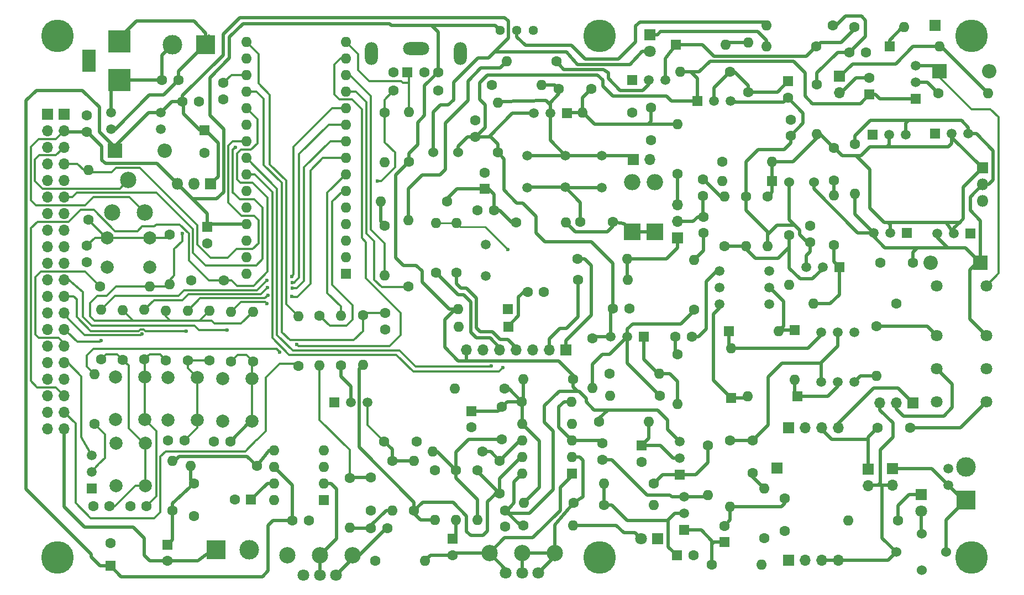
<source format=gbr>
%TF.GenerationSoftware,KiCad,Pcbnew,(6.0.11)*%
%TF.CreationDate,2023-05-05T14:18:47-05:00*%
%TF.ProjectId,RFBitBangerNano,52464269-7442-4616-9e67-65724e616e6f,rev?*%
%TF.SameCoordinates,Original*%
%TF.FileFunction,Copper,L2,Bot*%
%TF.FilePolarity,Positive*%
%FSLAX46Y46*%
G04 Gerber Fmt 4.6, Leading zero omitted, Abs format (unit mm)*
G04 Created by KiCad (PCBNEW (6.0.11)) date 2023-05-05 14:18:47*
%MOMM*%
%LPD*%
G01*
G04 APERTURE LIST*
%TA.AperFunction,ComponentPad*%
%ADD10R,1.600000X1.600000*%
%TD*%
%TA.AperFunction,ComponentPad*%
%ADD11C,1.600000*%
%TD*%
%TA.AperFunction,ComponentPad*%
%ADD12R,2.200000X2.200000*%
%TD*%
%TA.AperFunction,ComponentPad*%
%ADD13O,2.200000X2.200000*%
%TD*%
%TA.AperFunction,ComponentPad*%
%ADD14R,1.800000X1.800000*%
%TD*%
%TA.AperFunction,ComponentPad*%
%ADD15C,1.800000*%
%TD*%
%TA.AperFunction,ComponentPad*%
%ADD16R,2.500000X2.500000*%
%TD*%
%TA.AperFunction,ComponentPad*%
%ADD17O,2.500000X2.500000*%
%TD*%
%TA.AperFunction,ComponentPad*%
%ADD18R,3.000000X3.000000*%
%TD*%
%TA.AperFunction,ComponentPad*%
%ADD19C,3.000000*%
%TD*%
%TA.AperFunction,ComponentPad*%
%ADD20R,3.500000X3.500000*%
%TD*%
%TA.AperFunction,ComponentPad*%
%ADD21R,2.000000X3.500000*%
%TD*%
%TA.AperFunction,ComponentPad*%
%ADD22O,1.600000X1.600000*%
%TD*%
%TA.AperFunction,ComponentPad*%
%ADD23R,1.520000X1.520000*%
%TD*%
%TA.AperFunction,ComponentPad*%
%ADD24C,1.520000*%
%TD*%
%TA.AperFunction,ComponentPad*%
%ADD25C,2.000000*%
%TD*%
%TA.AperFunction,ComponentPad*%
%ADD26O,1.800000X1.800000*%
%TD*%
%TA.AperFunction,ComponentPad*%
%ADD27C,1.500000*%
%TD*%
%TA.AperFunction,ComponentPad*%
%ADD28C,2.500000*%
%TD*%
%TA.AperFunction,ComponentPad*%
%ADD29R,1.700000X1.700000*%
%TD*%
%TA.AperFunction,ComponentPad*%
%ADD30O,1.700000X1.700000*%
%TD*%
%TA.AperFunction,ComponentPad*%
%ADD31C,1.524000*%
%TD*%
%TA.AperFunction,ComponentPad*%
%ADD32O,2.000000X3.500000*%
%TD*%
%TA.AperFunction,ComponentPad*%
%ADD33O,4.000000X2.000000*%
%TD*%
%TA.AperFunction,ComponentPad*%
%ADD34C,1.440000*%
%TD*%
%TA.AperFunction,ComponentPad*%
%ADD35C,5.000000*%
%TD*%
%TA.AperFunction,ViaPad*%
%ADD36C,0.600000*%
%TD*%
%TA.AperFunction,Conductor*%
%ADD37C,0.500000*%
%TD*%
%TA.AperFunction,Conductor*%
%ADD38C,0.350000*%
%TD*%
%TA.AperFunction,Conductor*%
%ADD39C,0.250000*%
%TD*%
G04 APERTURE END LIST*
D10*
%TO.P,C6,1*%
%TO.N,+5V*%
X68390000Y-89830000D03*
D11*
%TO.P,C6,2*%
%TO.N,GND*%
X68390000Y-92330000D03*
%TD*%
%TO.P,C10,1*%
%TO.N,GND*%
X69430000Y-122690000D03*
%TO.P,C10,2*%
%TO.N,Net-(C10-Pad2)*%
X71930000Y-122690000D03*
%TD*%
%TO.P,C11,1*%
%TO.N,GND*%
X62400000Y-122550000D03*
%TO.P,C11,2*%
%TO.N,Net-(C11-Pad2)*%
X64900000Y-122550000D03*
%TD*%
D10*
%TO.P,C12,1*%
%TO.N,Net-(C12-Pad1)*%
X110890000Y-83960000D03*
D11*
%TO.P,C12,2*%
%TO.N,GND*%
X110890000Y-81460000D03*
%TD*%
%TO.P,C13,1*%
%TO.N,Net-(C12-Pad1)*%
X112320000Y-87280000D03*
%TO.P,C13,2*%
%TO.N,GND*%
X109820000Y-87280000D03*
%TD*%
D10*
%TO.P,C15,1*%
%TO.N,Net-(C15-Pad1)*%
X75120000Y-131650000D03*
D11*
%TO.P,C15,2*%
%TO.N,GND*%
X72620000Y-131650000D03*
%TD*%
%TO.P,C16,1*%
%TO.N,GND*%
X56630000Y-132600000D03*
%TO.P,C16,2*%
%TO.N,Net-(C16-Pad2)*%
X59130000Y-132600000D03*
%TD*%
%TO.P,C17,1*%
%TO.N,GND*%
X50930000Y-132660000D03*
%TO.P,C17,2*%
%TO.N,Net-(C17-Pad2)*%
X53430000Y-132660000D03*
%TD*%
D10*
%TO.P,C19,1*%
%TO.N,Net-(C19-Pad1)*%
X62280000Y-138550000D03*
D11*
%TO.P,C19,2*%
%TO.N,SPKR*%
X62280000Y-141050000D03*
%TD*%
%TO.P,C20,1*%
%TO.N,GND*%
X160770000Y-89660000D03*
%TO.P,C20,2*%
%TO.N,Net-(C14-Pad2)*%
X160770000Y-92160000D03*
%TD*%
%TO.P,C21,1*%
%TO.N,Net-(C21-Pad1)*%
X127265000Y-68645000D03*
%TO.P,C21,2*%
%TO.N,Net-(C21-Pad2)*%
X122265000Y-68645000D03*
%TD*%
%TO.P,C22,1*%
%TO.N,Net-(C21-Pad1)*%
X136370000Y-71530000D03*
%TO.P,C22,2*%
%TO.N,GND*%
X136370000Y-76530000D03*
%TD*%
%TO.P,C25,1*%
%TO.N,+5V*%
X114080000Y-133300000D03*
%TO.P,C25,2*%
%TO.N,GND*%
X114080000Y-135800000D03*
%TD*%
%TO.P,C33,1*%
%TO.N,AUDIOFILT*%
X95670000Y-103020000D03*
%TO.P,C33,2*%
%TO.N,GND*%
X95670000Y-105520000D03*
%TD*%
%TO.P,C34,1*%
%TO.N,Net-(C34-Pad1)*%
X93500000Y-136060000D03*
%TO.P,C34,2*%
%TO.N,Net-(C34-Pad2)*%
X96000000Y-136060000D03*
%TD*%
%TO.P,C35,1*%
%TO.N,Net-(C35-Pad1)*%
X113230000Y-125650000D03*
%TO.P,C35,2*%
%TO.N,AUDIO*%
X113230000Y-130650000D03*
%TD*%
D12*
%TO.P,D1,1,K*%
%TO.N,+12V*%
X54260000Y-78100000D03*
D13*
%TO.P,D1,2,A*%
%TO.N,GND*%
X61880000Y-78100000D03*
%TD*%
D14*
%TO.P,D3,1,K*%
%TO.N,GND*%
X137410000Y-137630000D03*
D15*
%TO.P,D3,2,A*%
%TO.N,Net-(D3-Pad2)*%
X134870000Y-137630000D03*
%TD*%
D16*
%TO.P,D4,1,K*%
%TO.N,Net-(C48-Pad2)*%
X133500000Y-90530000D03*
D17*
%TO.P,D4,2,A*%
%TO.N,GND*%
X133500000Y-82910000D03*
%TD*%
D16*
%TO.P,D5,1,K*%
%TO.N,Net-(C48-Pad2)*%
X137000000Y-90550000D03*
D17*
%TO.P,D5,2,A*%
%TO.N,GND*%
X137000000Y-82930000D03*
%TD*%
D18*
%TO.P,J1,1,Pin_1*%
%TO.N,Net-(C58-Pad1)*%
X68195000Y-61835000D03*
D19*
%TO.P,J1,2,Pin_2*%
%TO.N,Net-(C58-Pad2)*%
X63115000Y-61835000D03*
%TD*%
D20*
%TO.P,J2,1*%
%TO.N,Net-(C58-Pad2)*%
X54955000Y-67305000D03*
%TO.P,J2,2*%
%TO.N,Net-(C58-Pad1)*%
X54955000Y-61305000D03*
D21*
%TO.P,J2,3*%
%TO.N,unconnected-(J2-Pad3)*%
X50255000Y-64305000D03*
%TD*%
D18*
%TO.P,J11,1,Pin_1*%
%TO.N,SPKR*%
X69800000Y-139350000D03*
D19*
%TO.P,J11,2,Pin_2*%
%TO.N,GND*%
X74880000Y-139350000D03*
%TD*%
D11*
%TO.P,L3,1,1*%
%TO.N,Net-(C12-Pad1)*%
X105140000Y-85860000D03*
D22*
%TO.P,L3,2,2*%
%TO.N,Net-(L3-Pad2)*%
X94980000Y-85860000D03*
%TD*%
D11*
%TO.P,L9,1,1*%
%TO.N,TRANSMIT*%
X99210000Y-98960000D03*
D22*
%TO.P,L9,2,2*%
%TO.N,Net-(L9-Pad2)*%
X99210000Y-88800000D03*
%TD*%
D23*
%TO.P,Q1,1,E*%
%TO.N,Net-(C49-Pad1)*%
X141500000Y-136300000D03*
D24*
%TO.P,Q1,2,B*%
%TO.N,Net-(C50-Pad1)*%
X141500000Y-133760000D03*
%TO.P,Q1,3,C*%
%TO.N,Net-(C54-Pad1)*%
X141500000Y-131220000D03*
%TD*%
D23*
%TO.P,Q2,1,E*%
%TO.N,Net-(C21-Pad1)*%
X123490000Y-72390000D03*
D24*
%TO.P,Q2,2,B*%
%TO.N,Net-(C21-Pad2)*%
X120950000Y-72390000D03*
%TO.P,Q2,3,C*%
%TO.N,Net-(C36-Pad1)*%
X118410000Y-72390000D03*
%TD*%
D23*
%TO.P,Q3,1,S*%
%TO.N,GND*%
X170350000Y-75630000D03*
D24*
%TO.P,Q3,2,G*%
%TO.N,Net-(C23-Pad2)*%
X172890000Y-75630000D03*
%TO.P,Q3,3,D*%
%TO.N,AMPOUT*%
X175430000Y-75630000D03*
%TD*%
D23*
%TO.P,Q4,1,E*%
%TO.N,GND*%
X87884000Y-116692000D03*
D24*
%TO.P,Q4,2,B*%
%TO.N,Net-(Q4-Pad2)*%
X90424000Y-116692000D03*
%TO.P,Q4,3,C*%
%TO.N,Net-(C18-Pad1)*%
X92964000Y-116692000D03*
%TD*%
D25*
%TO.P,SW2,1,1*%
%TO.N,Net-(C10-Pad2)*%
X75245000Y-119575000D03*
X75245000Y-113075000D03*
%TO.P,SW2,2,2*%
%TO.N,GND*%
X70745000Y-119575000D03*
X70745000Y-113075000D03*
%TD*%
%TO.P,SW3,1,1*%
%TO.N,Net-(C16-Pad2)*%
X58825000Y-119315000D03*
X58825000Y-112815000D03*
%TO.P,SW3,2,2*%
%TO.N,GND*%
X54325000Y-112815000D03*
X54325000Y-119315000D03*
%TD*%
%TO.P,SW4,1,1*%
%TO.N,Net-(C17-Pad2)*%
X58945000Y-122985000D03*
X58945000Y-129485000D03*
%TO.P,SW4,2,2*%
%TO.N,GND*%
X54445000Y-129485000D03*
X54445000Y-122985000D03*
%TD*%
%TO.P,SW5,1,1*%
%TO.N,Net-(C11-Pad2)*%
X66865000Y-119425000D03*
X66865000Y-112925000D03*
%TO.P,SW5,2,2*%
%TO.N,GND*%
X62365000Y-119425000D03*
X62365000Y-112925000D03*
%TD*%
D14*
%TO.P,U2,1,VI*%
%TO.N,+12V*%
X68960000Y-83225000D03*
D26*
%TO.P,U2,2,GND*%
%TO.N,GND*%
X66420000Y-83225000D03*
%TO.P,U2,3,VO*%
%TO.N,+5V*%
X63880000Y-83225000D03*
%TD*%
D27*
%TO.P,Y2,1,1*%
%TO.N,Net-(C21-Pad2)*%
X117420000Y-78870000D03*
%TO.P,Y2,2,2*%
%TO.N,Net-(C48-Pad1)*%
X117420000Y-83750000D03*
%TD*%
D11*
%TO.P,C37,1*%
%TO.N,+12V*%
X81450000Y-134840000D03*
%TO.P,C37,2*%
%TO.N,GND*%
X83950000Y-134840000D03*
%TD*%
D10*
%TO.P,U3,1*%
%TO.N,unconnected-(U3-Pad1)*%
X86300000Y-131700000D03*
D22*
%TO.P,U3,2,-*%
%TO.N,Net-(RV1-Pad2)*%
X86300000Y-129160000D03*
%TO.P,U3,3,+*%
%TO.N,GND*%
X86300000Y-126620000D03*
%TO.P,U3,4,Gnd*%
X86300000Y-124080000D03*
%TO.P,U3,5*%
%TO.N,Net-(L10-Pad1)*%
X78680000Y-124080000D03*
%TO.P,U3,6,V+*%
%TO.N,+12V*%
X78680000Y-126620000D03*
%TO.P,U3,7*%
%TO.N,Net-(C15-Pad1)*%
X78680000Y-129160000D03*
%TO.P,U3,8*%
%TO.N,unconnected-(U3-Pad8)*%
X78680000Y-131700000D03*
%TD*%
D10*
%TO.P,U4,1*%
%TO.N,Net-(C39-Pad2)*%
X124300000Y-127650000D03*
D22*
%TO.P,U4,2,-*%
%TO.N,Net-(R63-Pad1)*%
X124300000Y-125110000D03*
%TO.P,U4,3,+*%
%TO.N,Net-(C54-Pad2)*%
X124300000Y-122570000D03*
%TO.P,U4,4,V-*%
%TO.N,GND*%
X124300000Y-120030000D03*
%TO.P,U4,5,+*%
%TO.N,Net-(C40-Pad1)*%
X116680000Y-120030000D03*
%TO.P,U4,6,-*%
%TO.N,Net-(C35-Pad1)*%
X116680000Y-122570000D03*
%TO.P,U4,7*%
%TO.N,AUDIO*%
X116680000Y-125110000D03*
%TO.P,U4,8,V+*%
%TO.N,+5V*%
X116680000Y-127650000D03*
%TD*%
D23*
%TO.P,Q5,1,S*%
%TO.N,GND*%
X185340000Y-90830000D03*
D24*
%TO.P,Q5,2,G*%
%TO.N,Net-(C23-Pad2)*%
X182800000Y-90830000D03*
%TO.P,Q5,3,D*%
%TO.N,AMPOUT*%
X180260000Y-90830000D03*
%TD*%
D23*
%TO.P,Q6,1,S*%
%TO.N,GND*%
X175560000Y-90680000D03*
D24*
%TO.P,Q6,2,G*%
%TO.N,Net-(C23-Pad2)*%
X173020000Y-90680000D03*
%TO.P,Q6,3,D*%
%TO.N,AMPOUT*%
X170480000Y-90680000D03*
%TD*%
D23*
%TO.P,Q7,1,S*%
%TO.N,GND*%
X179960000Y-75520000D03*
D24*
%TO.P,Q7,2,G*%
%TO.N,Net-(C23-Pad2)*%
X182500000Y-75520000D03*
%TO.P,Q7,3,D*%
%TO.N,AMPOUT*%
X185040000Y-75520000D03*
%TD*%
D10*
%TO.P,C14,1*%
%TO.N,Net-(C14-Pad1)*%
X157360000Y-67480000D03*
D11*
%TO.P,C14,2*%
%TO.N,Net-(C14-Pad2)*%
X157360000Y-69980000D03*
%TD*%
D28*
%TO.P,RV3,1,1*%
%TO.N,GND*%
X53840000Y-87625000D03*
%TO.P,RV3,2,2*%
%TO.N,Net-(RV3-Pad2)*%
X56340000Y-82585000D03*
%TO.P,RV3,3,3*%
%TO.N,+5V*%
X58840000Y-87625000D03*
%TD*%
D11*
%TO.P,C42,1*%
%TO.N,+5V*%
X49990000Y-75190000D03*
%TO.P,C42,2*%
%TO.N,GND*%
X49990000Y-72690000D03*
%TD*%
%TO.P,R2,1*%
%TO.N,Net-(R2-Pad1)*%
X52020000Y-98940000D03*
D22*
%TO.P,R2,2*%
%TO.N,+5V*%
X59640000Y-98940000D03*
%TD*%
D11*
%TO.P,R3,1*%
%TO.N,Net-(C11-Pad2)*%
X65410000Y-110260000D03*
D22*
%TO.P,R3,2*%
%TO.N,DB5*%
X65410000Y-102640000D03*
%TD*%
D11*
%TO.P,R4,1*%
%TO.N,+5V*%
X116860000Y-135600000D03*
D22*
%TO.P,R4,2*%
%TO.N,Net-(D3-Pad2)*%
X124480000Y-135600000D03*
%TD*%
D11*
%TO.P,R6,1*%
%TO.N,Net-(C10-Pad2)*%
X75430000Y-110410000D03*
D22*
%TO.P,R6,2*%
%TO.N,+5V*%
X75430000Y-102790000D03*
%TD*%
D11*
%TO.P,R7,1*%
%TO.N,Net-(L3-Pad2)*%
X95610000Y-89600000D03*
D22*
%TO.P,R7,2*%
%TO.N,TUNING*%
X95610000Y-97220000D03*
%TD*%
D11*
%TO.P,R8,1*%
%TO.N,Net-(C14-Pad1)*%
X148530000Y-66020000D03*
D22*
%TO.P,R8,2*%
%TO.N,Net-(C36-Pad1)*%
X140910000Y-66020000D03*
%TD*%
D11*
%TO.P,R9,1*%
%TO.N,Net-(C12-Pad1)*%
X115710000Y-89080000D03*
D22*
%TO.P,R9,2*%
%TO.N,Net-(C48-Pad2)*%
X123330000Y-89080000D03*
%TD*%
D11*
%TO.P,R11,1*%
%TO.N,Net-(C19-Pad1)*%
X63060000Y-133350000D03*
D22*
%TO.P,R11,2*%
%TO.N,Net-(L10-Pad1)*%
X63060000Y-125730000D03*
%TD*%
D11*
%TO.P,R12,1*%
%TO.N,Net-(C16-Pad2)*%
X62080000Y-110240000D03*
D22*
%TO.P,R12,2*%
%TO.N,+5V*%
X62080000Y-102620000D03*
%TD*%
D11*
%TO.P,R13,1*%
%TO.N,Net-(C17-Pad2)*%
X55470000Y-110170000D03*
D22*
%TO.P,R13,2*%
%TO.N,+5V*%
X55470000Y-102550000D03*
%TD*%
D11*
%TO.P,R14,1*%
%TO.N,Net-(C14-Pad1)*%
X151260000Y-69090000D03*
D22*
%TO.P,R14,2*%
%TO.N,Net-(D18-Pad2)*%
X151260000Y-61470000D03*
%TD*%
D11*
%TO.P,R15,1*%
%TO.N,Net-(C36-Pad1)*%
X112930000Y-78400000D03*
D22*
%TO.P,R15,2*%
%TO.N,Net-(C21-Pad2)*%
X112930000Y-70780000D03*
%TD*%
D11*
%TO.P,R16,1*%
%TO.N,GND*%
X111980000Y-68060000D03*
D22*
%TO.P,R16,2*%
%TO.N,Net-(C21-Pad2)*%
X119600000Y-68060000D03*
%TD*%
D11*
%TO.P,R17,1*%
%TO.N,GND*%
X133530000Y-72250000D03*
D22*
%TO.P,R17,2*%
%TO.N,Net-(C21-Pad1)*%
X125910000Y-72250000D03*
%TD*%
D11*
%TO.P,R18,1*%
%TO.N,+5V*%
X124500000Y-113130000D03*
D22*
%TO.P,R18,2*%
%TO.N,Net-(C40-Pad1)*%
X116880000Y-113130000D03*
%TD*%
D11*
%TO.P,R19,1*%
%TO.N,Net-(C40-Pad1)*%
X113990000Y-114630000D03*
D22*
%TO.P,R19,2*%
%TO.N,GND*%
X106370000Y-114630000D03*
%TD*%
D11*
%TO.P,R20,1*%
%TO.N,Net-(Q9-Pad2)*%
X147690000Y-92760000D03*
D22*
%TO.P,R20,2*%
%TO.N,Net-(C56-Pad1)*%
X147690000Y-85140000D03*
%TD*%
D11*
%TO.P,R21,1*%
%TO.N,GND*%
X153770000Y-137580000D03*
D22*
%TO.P,R21,2*%
%TO.N,Net-(C27-Pad1)*%
X153770000Y-129960000D03*
%TD*%
D11*
%TO.P,R23,1*%
%TO.N,AUDIO*%
X109840000Y-127140000D03*
D22*
%TO.P,R23,2*%
%TO.N,Net-(C45-Pad2)*%
X109840000Y-134760000D03*
%TD*%
D11*
%TO.P,R26,1*%
%TO.N,Net-(C35-Pad1)*%
X110570000Y-124240000D03*
D22*
%TO.P,R26,2*%
%TO.N,Net-(C45-Pad2)*%
X102950000Y-124240000D03*
%TD*%
D11*
%TO.P,R27,1*%
%TO.N,Net-(C45-Pad2)*%
X106510000Y-127150000D03*
D22*
%TO.P,R27,2*%
%TO.N,Net-(C39-Pad1)*%
X106510000Y-134770000D03*
%TD*%
D11*
%TO.P,R29,1*%
%TO.N,Net-(C10-Pad2)*%
X72080000Y-110410000D03*
D22*
%TO.P,R29,2*%
%TO.N,DB4*%
X72080000Y-102790000D03*
%TD*%
D11*
%TO.P,R30,1*%
%TO.N,Net-(Q4-Pad2)*%
X88880000Y-111020000D03*
D22*
%TO.P,R30,2*%
%TO.N,MUTEAUDIO*%
X88880000Y-103400000D03*
%TD*%
D11*
%TO.P,R31,1*%
%TO.N,Net-(C60-Pad2)*%
X90220000Y-128320000D03*
D22*
%TO.P,R31,2*%
%TO.N,Net-(C34-Pad1)*%
X90220000Y-135940000D03*
%TD*%
D11*
%TO.P,R32,1*%
%TO.N,AUDIO*%
X100090000Y-133350000D03*
D22*
%TO.P,R32,2*%
%TO.N,Net-(C18-Pad1)*%
X100090000Y-125730000D03*
%TD*%
D11*
%TO.P,R33,1*%
%TO.N,Net-(C11-Pad2)*%
X68730000Y-110290000D03*
D22*
%TO.P,R33,2*%
%TO.N,+5V*%
X68730000Y-102670000D03*
%TD*%
D11*
%TO.P,R34,1*%
%TO.N,Net-(C18-Pad1)*%
X96740000Y-125690000D03*
D22*
%TO.P,R34,2*%
%TO.N,Net-(C34-Pad1)*%
X96740000Y-133310000D03*
%TD*%
D11*
%TO.P,R36,1*%
%TO.N,GND*%
X103270000Y-127100000D03*
D22*
%TO.P,R36,2*%
%TO.N,AUDIO*%
X103270000Y-134720000D03*
%TD*%
D11*
%TO.P,R37,1*%
%TO.N,GND*%
X94160000Y-141010000D03*
D22*
%TO.P,R37,2*%
%TO.N,Net-(C39-Pad2)*%
X101780000Y-141010000D03*
%TD*%
D11*
%TO.P,R46,1*%
%TO.N,Net-(C17-Pad2)*%
X52130000Y-110140000D03*
D22*
%TO.P,R46,2*%
%TO.N,DB7*%
X52130000Y-102520000D03*
%TD*%
D11*
%TO.P,R47,1*%
%TO.N,Net-(C16-Pad2)*%
X58800000Y-110130000D03*
D22*
%TO.P,R47,2*%
%TO.N,DB6*%
X58800000Y-102510000D03*
%TD*%
D11*
%TO.P,R24,1*%
%TO.N,AUDIOFILT*%
X92290000Y-103360000D03*
D22*
%TO.P,R24,2*%
%TO.N,AUDIO*%
X92290000Y-110980000D03*
%TD*%
D11*
%TO.P,C44,1*%
%TO.N,GND*%
X67110000Y-70570000D03*
%TO.P,C44,2*%
%TO.N,+12V*%
X64610000Y-70570000D03*
%TD*%
D29*
%TO.P,JP4,1,1*%
%TO.N,Net-(C26-Pad2)*%
X169660000Y-126990000D03*
D30*
%TO.P,JP4,2,2*%
%TO.N,Net-(J18-Pad3)*%
X169660000Y-129530000D03*
%TD*%
D11*
%TO.P,C47,1*%
%TO.N,GND*%
X120010000Y-99770000D03*
%TO.P,C47,2*%
%TO.N,Net-(C47-Pad2)*%
X117510000Y-99770000D03*
%TD*%
D10*
%TO.P,D10,1,K*%
%TO.N,Net-(D10-Pad1)*%
X114440000Y-102370000D03*
D22*
%TO.P,D10,2,A*%
%TO.N,+5V*%
X106820000Y-102370000D03*
%TD*%
D10*
%TO.P,D14,1,K*%
%TO.N,Net-(C47-Pad2)*%
X114530000Y-105110000D03*
D22*
%TO.P,D14,2,A*%
%TO.N,Net-(D10-Pad1)*%
X106910000Y-105110000D03*
%TD*%
D29*
%TO.P,JP5,1,1*%
%TO.N,PLLOSC*%
X140475000Y-91525000D03*
D30*
%TO.P,JP5,2,2*%
%TO.N,Net-(C51-Pad1)*%
X140475000Y-88985000D03*
%TO.P,JP5,3,3*%
%TO.N,XOSC*%
X140475000Y-86445000D03*
%TD*%
D11*
%TO.P,R35,1*%
%TO.N,SCL*%
X106600000Y-96850000D03*
D22*
%TO.P,R35,2*%
%TO.N,Net-(C47-Pad2)*%
X106600000Y-89230000D03*
%TD*%
D11*
%TO.P,R48,1*%
%TO.N,SDA*%
X103440000Y-96850000D03*
D22*
%TO.P,R48,2*%
%TO.N,Net-(C47-Pad2)*%
X103440000Y-89230000D03*
%TD*%
D11*
%TO.P,R49,1*%
%TO.N,Net-(J10-Pad1)*%
X125120000Y-94680000D03*
D22*
%TO.P,R49,2*%
%TO.N,PLLOSC*%
X132740000Y-94680000D03*
%TD*%
D11*
%TO.P,R50,1*%
%TO.N,Net-(J10-Pad2)*%
X125200000Y-97920000D03*
D22*
%TO.P,R50,2*%
%TO.N,PLLOSC*%
X132820000Y-97920000D03*
%TD*%
D27*
%TO.P,Y3,1,1*%
%TO.N,Net-(U6-Pad2)*%
X111060000Y-92480000D03*
%TO.P,Y3,2,2*%
%TO.N,Net-(U6-Pad3)*%
X111060000Y-97360000D03*
%TD*%
%TO.P,J12,1,In*%
%TO.N,Net-(J12-Pad1)*%
X181945000Y-129425000D03*
D18*
X184673000Y-131711000D03*
D27*
%TO.P,J12,2,Ext*%
%TO.N,GND*%
X181945000Y-126885000D03*
D19*
X184673000Y-126631000D03*
%TD*%
D15*
%TO.P,RLY1,1,Coil*%
%TO.N,TXRELAY*%
X187775000Y-98845000D03*
%TO.P,RLY1,2,Pole*%
%TO.N,AMPOUT*%
X187775000Y-106465000D03*
%TO.P,RLY1,3,NC*%
%TO.N,Net-(RLY1-Pad3)*%
X187775000Y-111545000D03*
%TO.P,RLY1,4,NO*%
%TO.N,Net-(C26-Pad1)*%
X187775000Y-116625000D03*
%TO.P,RLY1,5,Coil*%
%TO.N,GND*%
X180175000Y-98845000D03*
%TO.P,RLY1,6,Pole*%
%TO.N,RF*%
X180175000Y-106465000D03*
%TO.P,RLY1,7,NC*%
%TO.N,Net-(JP7-Pad2)*%
X180175000Y-111545000D03*
%TO.P,RLY1,8,NO*%
%TO.N,unconnected-(RLY1-Pad8)*%
X180175000Y-116625000D03*
%TD*%
D11*
%TO.P,C30,1*%
%TO.N,Net-(C30-Pad1)*%
X140130000Y-106640000D03*
%TO.P,C30,2*%
%TO.N,Net-(C30-Pad2)*%
X142630000Y-106640000D03*
%TD*%
D10*
%TO.P,D9,1,K*%
%TO.N,Net-(D11-Pad2)*%
X158450000Y-105625000D03*
D22*
%TO.P,D9,2,A*%
%TO.N,Net-(D12-Pad1)*%
X158450000Y-113245000D03*
%TD*%
D10*
%TO.P,D11,1,K*%
%TO.N,Net-(D11-Pad1)*%
X148325000Y-105800000D03*
D22*
%TO.P,D11,2,A*%
%TO.N,Net-(D11-Pad2)*%
X155945000Y-105800000D03*
%TD*%
D10*
%TO.P,D12,1,K*%
%TO.N,Net-(D12-Pad1)*%
X158800000Y-115775000D03*
D22*
%TO.P,D12,2,A*%
%TO.N,Net-(D12-Pad2)*%
X151180000Y-115775000D03*
%TD*%
D10*
%TO.P,D13,1,K*%
%TO.N,Net-(D12-Pad2)*%
X148675000Y-116050000D03*
D22*
%TO.P,D13,2,A*%
%TO.N,Net-(D11-Pad1)*%
X148675000Y-108430000D03*
%TD*%
D11*
%TO.P,R5,1*%
%TO.N,Net-(C30-Pad1)*%
X140470000Y-109350000D03*
D22*
%TO.P,R5,2*%
%TO.N,Net-(Q10-Pad1)*%
X140470000Y-116970000D03*
%TD*%
D11*
%TO.P,R22,1*%
%TO.N,Net-(C49-Pad1)*%
X145740000Y-141600000D03*
D22*
%TO.P,R22,2*%
%TO.N,GND*%
X153360000Y-141600000D03*
%TD*%
D11*
%TO.P,R25,1*%
%TO.N,RF*%
X170920000Y-105050000D03*
D22*
%TO.P,R25,2*%
%TO.N,Net-(R25-Pad2)*%
X170920000Y-112670000D03*
%TD*%
D10*
%TO.P,C36,1*%
%TO.N,Net-(C36-Pad1)*%
X169875000Y-69455000D03*
D11*
%TO.P,C36,2*%
%TO.N,Net-(C36-Pad2)*%
X169875000Y-66955000D03*
%TD*%
D23*
%TO.P,Q8,1,E*%
%TO.N,Net-(C36-Pad1)*%
X143530000Y-70490000D03*
D24*
%TO.P,Q8,2,B*%
%TO.N,Net-(C14-Pad1)*%
X146070000Y-70490000D03*
%TO.P,Q8,3,C*%
%TO.N,Net-(C14-Pad2)*%
X148610000Y-70490000D03*
%TD*%
D11*
%TO.P,R38,1*%
%TO.N,Net-(D18-Pad1)*%
X167585000Y-59145000D03*
D22*
%TO.P,R38,2*%
%TO.N,Net-(D15-Pad1)*%
X175205000Y-59145000D03*
%TD*%
D11*
%TO.P,R39,1*%
%TO.N,Net-(Q13-Pad2)*%
X180435000Y-69295000D03*
D22*
%TO.P,R39,2*%
%TO.N,Net-(D15-Pad2)*%
X188055000Y-69295000D03*
%TD*%
D29*
%TO.P,JP1,1,1*%
%TO.N,Net-(D15-Pad2)*%
X165265000Y-66695000D03*
D30*
%TO.P,JP1,2,2*%
%TO.N,Net-(C36-Pad2)*%
X165265000Y-69235000D03*
%TD*%
D10*
%TO.P,C39,1*%
%TO.N,Net-(C39-Pad1)*%
X105990000Y-137650000D03*
D11*
%TO.P,C39,2*%
%TO.N,Net-(C39-Pad2)*%
X105990000Y-140150000D03*
%TD*%
D10*
%TO.P,C40,1*%
%TO.N,Net-(C40-Pad1)*%
X108850000Y-118040000D03*
D11*
%TO.P,C40,2*%
%TO.N,GND*%
X108850000Y-120540000D03*
%TD*%
D29*
%TO.P,JP2,1,1*%
%TO.N,Net-(J12-Pad1)*%
X173430000Y-126910000D03*
D30*
%TO.P,JP2,2,2*%
%TO.N,Net-(J18-Pad3)*%
X173430000Y-129450000D03*
%TD*%
D31*
%TO.P,T3,1,RF*%
%TO.N,Net-(J18-Pad3)*%
X174000000Y-139700000D03*
%TO.P,T3,2,RF*%
%TO.N,Net-(J12-Pad1)*%
X181620000Y-139700000D03*
%TO.P,T3,3,SAMPLE*%
%TO.N,GND*%
X177873500Y-142494000D03*
%TO.P,T3,4,SAMPLE*%
%TO.N,Net-(D16-Pad2)*%
X177873500Y-136906000D03*
%TD*%
D14*
%TO.P,D16,1,K*%
%TO.N,Net-(D16-Pad1)*%
X177810000Y-130820000D03*
D15*
%TO.P,D16,2,A*%
%TO.N,Net-(D16-Pad2)*%
X177810000Y-133360000D03*
%TD*%
D11*
%TO.P,R28,1*%
%TO.N,Net-(D16-Pad1)*%
X174230000Y-134840000D03*
D22*
%TO.P,R28,2*%
%TO.N,GND*%
X166610000Y-134840000D03*
%TD*%
D10*
%TO.P,D17,1,K*%
%TO.N,Net-(C23-Pad2)*%
X154960000Y-82730000D03*
D22*
%TO.P,D17,2,A*%
%TO.N,GND*%
X147340000Y-82730000D03*
%TD*%
D23*
%TO.P,Q9,1,S*%
%TO.N,Net-(Q9-Pad1)*%
X165240000Y-95940000D03*
D24*
%TO.P,Q9,2,G*%
%TO.N,Net-(Q9-Pad2)*%
X162700000Y-95940000D03*
%TO.P,Q9,3,D*%
%TO.N,Net-(C14-Pad2)*%
X160160000Y-95940000D03*
%TD*%
D11*
%TO.P,C46,1*%
%TO.N,GND*%
X109440000Y-73480000D03*
%TO.P,C46,2*%
%TO.N,Net-(C36-Pad1)*%
X109440000Y-75980000D03*
%TD*%
%TO.P,R51,1*%
%TO.N,Net-(Q9-Pad1)*%
X164440000Y-92580000D03*
D22*
%TO.P,R51,2*%
%TO.N,Net-(C23-Pad1)*%
X164440000Y-84960000D03*
%TD*%
D11*
%TO.P,R52,1*%
%TO.N,Net-(C14-Pad2)*%
X150960000Y-85130000D03*
D22*
%TO.P,R52,2*%
%TO.N,Net-(Q9-Pad2)*%
X150960000Y-92750000D03*
%TD*%
D11*
%TO.P,C24,1*%
%TO.N,GND*%
X157780000Y-73340000D03*
%TO.P,C24,2*%
%TO.N,Net-(C14-Pad2)*%
X157780000Y-75840000D03*
%TD*%
%TO.P,R53,1*%
%TO.N,Net-(C23-Pad2)*%
X154260000Y-85130000D03*
D22*
%TO.P,R53,2*%
%TO.N,Net-(C14-Pad2)*%
X154260000Y-92750000D03*
%TD*%
D10*
%TO.P,C49,1*%
%TO.N,Net-(C49-Pad1)*%
X147630000Y-138140000D03*
D11*
%TO.P,C49,2*%
%TO.N,Net-(C43-Pad1)*%
X147630000Y-135640000D03*
%TD*%
D10*
%TO.P,C50,1*%
%TO.N,Net-(C50-Pad1)*%
X140400000Y-140200000D03*
D11*
%TO.P,C50,2*%
%TO.N,GND*%
X142900000Y-140200000D03*
%TD*%
%TO.P,C51,1*%
%TO.N,Net-(C51-Pad1)*%
X144420000Y-88230000D03*
%TO.P,C51,2*%
%TO.N,Net-(C51-Pad2)*%
X144420000Y-90730000D03*
%TD*%
D10*
%TO.P,C52,1*%
%TO.N,Net-(C52-Pad1)*%
X134990000Y-123330000D03*
D11*
%TO.P,C52,2*%
%TO.N,GND*%
X134990000Y-125830000D03*
%TD*%
%TO.P,C54,1*%
%TO.N,Net-(C54-Pad1)*%
X128930000Y-125500000D03*
%TO.P,C54,2*%
%TO.N,Net-(C54-Pad2)*%
X128930000Y-123000000D03*
%TD*%
%TO.P,C55,1*%
%TO.N,GND*%
X133080000Y-102340000D03*
%TO.P,C55,2*%
%TO.N,Net-(C36-Pad1)*%
X130580000Y-102340000D03*
%TD*%
%TO.P,C56,1*%
%TO.N,Net-(C56-Pad1)*%
X144370000Y-82530000D03*
%TO.P,C56,2*%
%TO.N,Net-(C51-Pad1)*%
X144370000Y-85030000D03*
%TD*%
D29*
%TO.P,JP7,1,1*%
%TO.N,Net-(J17-Pad4)*%
X176560000Y-116780000D03*
D30*
%TO.P,JP7,2,2*%
%TO.N,Net-(JP7-Pad2)*%
X174020000Y-116780000D03*
%TO.P,JP7,3,3*%
%TO.N,Net-(J18-Pad3)*%
X171480000Y-116780000D03*
%TD*%
D11*
%TO.P,L5,1,1*%
%TO.N,IF*%
X148500000Y-122540000D03*
D22*
%TO.P,L5,2,2*%
%TO.N,Net-(C43-Pad1)*%
X148500000Y-132700000D03*
%TD*%
D23*
%TO.P,Q10,1,E*%
%TO.N,Net-(Q10-Pad1)*%
X135300000Y-106675000D03*
D24*
%TO.P,Q10,2,B*%
%TO.N,Net-(Q10-Pad2)*%
X132760000Y-106675000D03*
%TO.P,Q10,3,C*%
%TO.N,Net-(C36-Pad1)*%
X130220000Y-106675000D03*
%TD*%
D23*
%TO.P,Q11,1,E*%
%TO.N,Net-(Q11-Pad1)*%
X140800000Y-127800000D03*
D24*
%TO.P,Q11,2,B*%
%TO.N,Net-(C52-Pad1)*%
X140800000Y-125260000D03*
%TO.P,Q11,3,C*%
%TO.N,+5V*%
X140800000Y-122720000D03*
%TD*%
D23*
%TO.P,Q12,1,E*%
%TO.N,GND*%
X133550000Y-67310000D03*
D24*
%TO.P,Q12,2,B*%
%TO.N,Net-(Q12-Pad2)*%
X136090000Y-67310000D03*
%TO.P,Q12,3,C*%
%TO.N,Net-(D18-Pad1)*%
X138630000Y-67310000D03*
%TD*%
D23*
%TO.P,Q13,1,E*%
%TO.N,Net-(C36-Pad1)*%
X176995000Y-70155000D03*
D24*
%TO.P,Q13,2,B*%
%TO.N,Net-(Q13-Pad2)*%
X176995000Y-67615000D03*
%TO.P,Q13,3,C*%
%TO.N,TXRELAY*%
X176995000Y-65075000D03*
%TD*%
D11*
%TO.P,R54,1*%
%TO.N,Net-(Q10-Pad2)*%
X143000000Y-102500000D03*
D22*
%TO.P,R54,2*%
%TO.N,Net-(C51-Pad2)*%
X143000000Y-94880000D03*
%TD*%
D11*
%TO.P,R55,1*%
%TO.N,Net-(C36-Pad1)*%
X127460000Y-106870000D03*
D22*
%TO.P,R55,2*%
%TO.N,Net-(Q10-Pad2)*%
X127460000Y-114490000D03*
%TD*%
D11*
%TO.P,R56,1*%
%TO.N,Net-(Q10-Pad2)*%
X137730000Y-115670000D03*
D22*
%TO.P,R56,2*%
%TO.N,GND*%
X130110000Y-115670000D03*
%TD*%
D11*
%TO.P,R57,1*%
%TO.N,Net-(Q11-Pad1)*%
X145120000Y-123330000D03*
D22*
%TO.P,R57,2*%
%TO.N,Net-(C54-Pad1)*%
X145120000Y-130950000D03*
%TD*%
D11*
%TO.P,R58,1*%
%TO.N,Net-(C50-Pad1)*%
X129190000Y-132440000D03*
D22*
%TO.P,R58,2*%
%TO.N,GND*%
X136810000Y-132440000D03*
%TD*%
D11*
%TO.P,R59,1*%
%TO.N,GND*%
X130070000Y-112320000D03*
D22*
%TO.P,R59,2*%
%TO.N,Net-(Q10-Pad1)*%
X137690000Y-112320000D03*
%TD*%
D11*
%TO.P,R60,1*%
%TO.N,Net-(Q11-Pad1)*%
X136820000Y-129170000D03*
D22*
%TO.P,R60,2*%
%TO.N,Net-(C50-Pad1)*%
X129200000Y-129170000D03*
%TD*%
D11*
%TO.P,R61,1*%
%TO.N,+5V*%
X128440000Y-119670000D03*
D22*
%TO.P,R61,2*%
%TO.N,Net-(C52-Pad1)*%
X136060000Y-119670000D03*
%TD*%
D11*
%TO.P,R62,1*%
%TO.N,Net-(C40-Pad1)*%
X116575000Y-116600000D03*
D22*
%TO.P,R62,2*%
%TO.N,Net-(C54-Pad2)*%
X124195000Y-116600000D03*
%TD*%
D11*
%TO.P,R63,1*%
%TO.N,Net-(R63-Pad1)*%
X124570000Y-132100000D03*
D22*
%TO.P,R63,2*%
%TO.N,Net-(C40-Pad1)*%
X116950000Y-132100000D03*
%TD*%
D11*
%TO.P,R65,1*%
%TO.N,Net-(Q12-Pad2)*%
X121920000Y-64370000D03*
D22*
%TO.P,R65,2*%
%TO.N,Net-(L9-Pad2)*%
X114300000Y-64370000D03*
%TD*%
D11*
%TO.P,R66,1*%
%TO.N,Net-(Q9-Pad2)*%
X157580000Y-91090000D03*
D22*
%TO.P,R66,2*%
%TO.N,GND*%
X157580000Y-98710000D03*
%TD*%
D11*
%TO.P,R67,1*%
%TO.N,GND*%
X147330000Y-79800000D03*
D22*
%TO.P,R67,2*%
%TO.N,Net-(C23-Pad2)*%
X154950000Y-79800000D03*
%TD*%
D11*
%TO.P,R68,1*%
%TO.N,XOSC*%
X140455000Y-81645000D03*
D22*
%TO.P,R68,2*%
%TO.N,Net-(C21-Pad1)*%
X140455000Y-74025000D03*
%TD*%
D27*
%TO.P,Y4,1,1*%
%TO.N,Net-(C21-Pad2)*%
X123250000Y-78830000D03*
%TO.P,Y4,2,2*%
%TO.N,Net-(C48-Pad1)*%
X123250000Y-83710000D03*
%TD*%
D10*
%TO.P,P1,1*%
%TO.N,MISO*%
X99075000Y-66075000D03*
D11*
%TO.P,P1,2*%
%TO.N,N/C*%
X101675000Y-66075000D03*
%TO.P,P1,3*%
%TO.N,GND*%
X96975000Y-66075000D03*
%TO.P,P1,4*%
%TO.N,+5V*%
X103775000Y-66075000D03*
%TO.P,P1,5*%
%TO.N,PS2CLK*%
X96975000Y-68875000D03*
%TO.P,P1,6*%
%TO.N,N/C*%
X103775000Y-68875000D03*
D32*
%TO.P,P1,7*%
%TO.N,GND*%
X93525000Y-63225000D03*
X107225000Y-63225000D03*
D33*
X100375000Y-62425000D03*
%TD*%
D11*
%TO.P,R64,1*%
%TO.N,PS2CLK*%
X95570000Y-72240000D03*
D22*
%TO.P,R64,2*%
%TO.N,+5V*%
X95570000Y-79860000D03*
%TD*%
D11*
%TO.P,R70,1*%
%TO.N,+5V*%
X99300000Y-79840000D03*
D22*
%TO.P,R70,2*%
%TO.N,MISO*%
X99300000Y-72220000D03*
%TD*%
D11*
%TO.P,C43,1*%
%TO.N,Net-(C43-Pad1)*%
X156930000Y-131410000D03*
%TO.P,C43,2*%
%TO.N,GND*%
X156930000Y-136410000D03*
%TD*%
D14*
%TO.P,D19,1,K*%
%TO.N,Net-(D19-Pad1)*%
X136260000Y-60290000D03*
D15*
%TO.P,D19,2,A*%
%TO.N,+12V*%
X136260000Y-62830000D03*
%TD*%
D11*
%TO.P,R71,1*%
%TO.N,Net-(D18-Pad1)*%
X161740000Y-62140000D03*
D22*
%TO.P,R71,2*%
%TO.N,Net-(D19-Pad1)*%
X154120000Y-62140000D03*
%TD*%
D11*
%TO.P,C32,1*%
%TO.N,AMPOUT*%
X176560000Y-95330000D03*
%TO.P,C32,2*%
%TO.N,GND*%
X171560000Y-95330000D03*
%TD*%
D23*
%TO.P,Q14,1,E*%
%TO.N,GND*%
X50720000Y-129920000D03*
D24*
%TO.P,Q14,2,B*%
%TO.N,Net-(Q14-Pad2)*%
X50720000Y-127380000D03*
%TO.P,Q14,3,C*%
%TO.N,Net-(Q14-Pad3)*%
X50720000Y-124840000D03*
%TD*%
D11*
%TO.P,R72,1*%
%TO.N,Net-(Q14-Pad2)*%
X51165000Y-120055000D03*
D22*
%TO.P,R72,2*%
%TO.N,MOSI*%
X51165000Y-112435000D03*
%TD*%
D11*
%TO.P,C38,1*%
%TO.N,Net-(C38-Pad1)*%
X166835000Y-63005000D03*
%TO.P,C38,2*%
%TO.N,GND*%
X169335000Y-63005000D03*
%TD*%
%TO.P,R73,1*%
%TO.N,Net-(C38-Pad1)*%
X161810000Y-67930000D03*
D22*
%TO.P,R73,2*%
%TO.N,Net-(C23-Pad2)*%
X161810000Y-75550000D03*
%TD*%
D34*
%TO.P,RV4,1,1*%
%TO.N,+5V*%
X113320000Y-59680000D03*
%TO.P,RV4,2,2*%
%TO.N,Net-(L11-Pad2)*%
X115860000Y-59680000D03*
%TO.P,RV4,3,3*%
%TO.N,GND*%
X118400000Y-59680000D03*
%TD*%
D11*
%TO.P,R74,1*%
%TO.N,AMPOUT*%
X167640000Y-77110000D03*
D22*
%TO.P,R74,2*%
X167640000Y-84730000D03*
%TD*%
D11*
%TO.P,L11,1,1*%
%TO.N,Net-(C38-Pad1)*%
X164290000Y-58870000D03*
D22*
%TO.P,L11,2,2*%
%TO.N,Net-(L11-Pad2)*%
X154130000Y-58870000D03*
%TD*%
D35*
%TO.P,J3,1,Pin_1*%
%TO.N,GND*%
X45500000Y-60500000D03*
%TD*%
%TO.P,J4,1,Pin_1*%
%TO.N,GND*%
X185500000Y-60500000D03*
%TD*%
%TO.P,J6,1,Pin_1*%
%TO.N,GND*%
X185500000Y-140500000D03*
%TD*%
%TO.P,J7,1,Pin_1*%
%TO.N,GND*%
X45500000Y-140500000D03*
%TD*%
D11*
%TO.P,C41,1*%
%TO.N,Net-(C19-Pad1)*%
X66370000Y-129190000D03*
%TO.P,C41,2*%
%TO.N,GND*%
X66370000Y-134190000D03*
%TD*%
%TO.P,C58,1*%
%TO.N,Net-(C58-Pad1)*%
X63985000Y-67305000D03*
%TO.P,C58,2*%
%TO.N,Net-(C58-Pad2)*%
X61485000Y-67305000D03*
%TD*%
D27*
%TO.P,T4,1*%
%TO.N,Net-(C58-Pad2)*%
X53690000Y-72230000D03*
%TO.P,T4,2*%
%TO.N,+12V*%
X61310000Y-72230000D03*
%TO.P,T4,3*%
%TO.N,Net-(C58-Pad1)*%
X53690000Y-74770000D03*
%TO.P,T4,4*%
%TO.N,GND*%
X61310000Y-74770000D03*
%TD*%
%TO.P,Y5,1,1*%
%TO.N,Net-(C21-Pad2)*%
X128890000Y-78910000D03*
%TO.P,Y5,2,2*%
%TO.N,Net-(C48-Pad1)*%
X128890000Y-83790000D03*
%TD*%
D11*
%TO.P,C27,1*%
%TO.N,Net-(C27-Pad1)*%
X151940000Y-127560000D03*
%TO.P,C27,2*%
%TO.N,IF*%
X151940000Y-122560000D03*
%TD*%
D12*
%TO.P,D6,1,K*%
%TO.N,AMPOUT*%
X186880000Y-95330000D03*
D13*
%TO.P,D6,2,A*%
%TO.N,GND*%
X179260000Y-95330000D03*
%TD*%
D11*
%TO.P,R76,1*%
%TO.N,Net-(R76-Pad1)*%
X82370000Y-111110000D03*
D22*
%TO.P,R76,2*%
%TO.N,SCK*%
X82370000Y-103490000D03*
%TD*%
D11*
%TO.P,R41,1*%
%TO.N,GND*%
X173990000Y-101600000D03*
D22*
%TO.P,R41,2*%
%TO.N,Net-(Q9-Pad1)*%
X161290000Y-101600000D03*
%TD*%
D11*
%TO.P,C7,1*%
%TO.N,GND*%
X65930000Y-97970000D03*
%TO.P,C7,2*%
%TO.N,MICPADDLE*%
X70930000Y-97970000D03*
%TD*%
%TO.P,L10,1,1*%
%TO.N,Net-(L10-Pad1)*%
X76000000Y-126490000D03*
D22*
%TO.P,L10,2,2*%
%TO.N,Net-(C19-Pad1)*%
X65840000Y-126490000D03*
%TD*%
D29*
%TO.P,J15,1,Pin_1*%
%TO.N,GND*%
X155710000Y-126800000D03*
%TD*%
%TO.P,J16,1,Pin_1*%
%TO.N,GND*%
X179900000Y-58900000D03*
%TD*%
D10*
%TO.P,C3,1*%
%TO.N,+12V*%
X67960000Y-74980000D03*
D11*
%TO.P,C3,2*%
%TO.N,GND*%
X67960000Y-78480000D03*
%TD*%
D31*
%TO.P,L4,1,1*%
%TO.N,+12V*%
X103035000Y-78340000D03*
%TO.P,L4,2,2*%
%TO.N,Net-(C36-Pad1)*%
X106845000Y-78340000D03*
%TD*%
%TO.P,L6,1,1*%
%TO.N,Net-(C14-Pad2)*%
X157525000Y-82900000D03*
%TO.P,L6,2,2*%
%TO.N,AMPOUT*%
X161335000Y-82900000D03*
%TD*%
D27*
%TO.P,T1,1*%
%TO.N,GND*%
X154545000Y-96565000D03*
%TO.P,T1,2*%
%TO.N,Net-(C30-Pad2)*%
X146925000Y-96565000D03*
%TO.P,T1,3*%
%TO.N,Net-(D11-Pad2)*%
X154545000Y-99105000D03*
%TO.P,T1,4*%
%TO.N,GND*%
X146925000Y-99105000D03*
%TO.P,T1,5*%
X154545000Y-101645000D03*
%TO.P,T1,6*%
%TO.N,Net-(D12-Pad2)*%
X146925000Y-101645000D03*
%TD*%
%TO.P,T2,1*%
%TO.N,Net-(R25-Pad2)*%
X167560000Y-113580000D03*
%TO.P,T2,2*%
%TO.N,GND*%
X167560000Y-105960000D03*
%TO.P,T2,3*%
%TO.N,Net-(D12-Pad1)*%
X165020000Y-113580000D03*
%TO.P,T2,4*%
%TO.N,IF*%
X165020000Y-105960000D03*
%TO.P,T2,5*%
X162480000Y-113580000D03*
%TO.P,T2,6*%
%TO.N,Net-(D11-Pad1)*%
X162480000Y-105960000D03*
%TD*%
D14*
%TO.P,Q15,1,G*%
%TO.N,Net-(C23-Pad2)*%
X187210000Y-80770000D03*
D26*
%TO.P,Q15,2,D*%
%TO.N,AMPOUT*%
X187210000Y-83310000D03*
%TO.P,Q15,3,S*%
%TO.N,GND*%
X187210000Y-85850000D03*
%TD*%
D11*
%TO.P,C57,1*%
%TO.N,Net-(A1-Pad18)*%
X70910000Y-67720000D03*
%TO.P,C57,2*%
%TO.N,GND*%
X70910000Y-70220000D03*
%TD*%
%TO.P,C45,1*%
%TO.N,Net-(C40-Pad1)*%
X113580000Y-117380000D03*
%TO.P,C45,2*%
%TO.N,Net-(C45-Pad2)*%
X113580000Y-122380000D03*
%TD*%
%TO.P,C18,1*%
%TO.N,Net-(C18-Pad1)*%
X95510000Y-122690000D03*
%TO.P,C18,2*%
%TO.N,GND*%
X100510000Y-122690000D03*
%TD*%
%TO.P,C60,1*%
%TO.N,GND*%
X93460000Y-133270000D03*
%TO.P,C60,2*%
%TO.N,Net-(C60-Pad2)*%
X93460000Y-128270000D03*
%TD*%
%TO.P,R10,1*%
%TO.N,BEEPOUT*%
X85630000Y-103400000D03*
D22*
%TO.P,R10,2*%
%TO.N,Net-(C60-Pad2)*%
X85630000Y-111020000D03*
%TD*%
D29*
%TO.P,JP8,1,1*%
%TO.N,Net-(C21-Pad2)*%
X133660000Y-79450000D03*
D30*
%TO.P,JP8,2,2*%
%TO.N,GND*%
X136200000Y-79450000D03*
%TD*%
D35*
%TO.P,J20,1,Pin_1*%
%TO.N,GND*%
X128500000Y-60500000D03*
%TD*%
%TO.P,J21,1,Pin_1*%
%TO.N,GND*%
X128500000Y-140500000D03*
%TD*%
D10*
%TO.P,D15,1,K*%
%TO.N,Net-(D15-Pad1)*%
X172975000Y-62105000D03*
D22*
%TO.P,D15,2,A*%
%TO.N,Net-(D15-Pad2)*%
X180595000Y-62105000D03*
%TD*%
D10*
%TO.P,D18,1,K*%
%TO.N,Net-(D18-Pad1)*%
X140170000Y-61850000D03*
D22*
%TO.P,D18,2,A*%
%TO.N,Net-(D18-Pad2)*%
X147790000Y-61850000D03*
%TD*%
D15*
%TO.P,RV1,1,1*%
%TO.N,Net-(C34-Pad2)*%
X88160000Y-143190000D03*
D28*
X90660000Y-140190000D03*
D15*
%TO.P,RV1,2,2*%
%TO.N,Net-(RV1-Pad2)*%
X85660000Y-143190000D03*
D28*
X85660000Y-140190000D03*
D15*
%TO.P,RV1,3,3*%
%TO.N,GND*%
X83160000Y-143190000D03*
D28*
X80660000Y-140190000D03*
%TD*%
%TO.P,RV2,1,1*%
%TO.N,Net-(R63-Pad1)*%
X121660000Y-139840000D03*
D15*
X119160000Y-142840000D03*
D28*
%TO.P,RV2,2,2*%
X116660000Y-139840000D03*
D15*
X116660000Y-142840000D03*
%TO.P,RV2,3,3*%
%TO.N,Net-(C39-Pad2)*%
X114160000Y-142840000D03*
D28*
X111660000Y-139840000D03*
%TD*%
D29*
%TO.P,U5,1,VSS*%
%TO.N,GND*%
X46500000Y-72500000D03*
D30*
%TO.P,U5,2,VDD*%
%TO.N,+5V*%
X46500000Y-75040000D03*
%TO.P,U5,3,VO*%
%TO.N,Net-(RV3-Pad2)*%
X46500000Y-77580000D03*
%TO.P,U5,4,RS*%
%TO.N,RS*%
X46500000Y-80120000D03*
%TO.P,U5,5,R/~{W}*%
%TO.N,GND*%
X46500000Y-82660000D03*
%TO.P,U5,6,E*%
%TO.N,E*%
X46500000Y-85200000D03*
%TO.P,U5,7,DB0*%
%TO.N,unconnected-(U5-Pad7)*%
X46500000Y-87740000D03*
%TO.P,U5,8,DB1*%
%TO.N,unconnected-(U5-Pad8)*%
X46500000Y-90280000D03*
%TO.P,U5,9,DB2*%
%TO.N,unconnected-(U5-Pad9)*%
X46500000Y-92820000D03*
%TO.P,U5,10,DB3*%
%TO.N,unconnected-(U5-Pad10)*%
X46500000Y-95360000D03*
%TO.P,U5,11,DB4*%
%TO.N,DB4*%
X46500000Y-97900000D03*
%TO.P,U5,12,DB5*%
%TO.N,DB5*%
X46500000Y-100440000D03*
%TO.P,U5,13,DB6*%
%TO.N,DB6*%
X46500000Y-102980000D03*
%TO.P,U5,14,DB7*%
%TO.N,DB7*%
X46500000Y-105520000D03*
%TO.P,U5,15,A/VEE*%
%TO.N,Net-(R2-Pad1)*%
X46500000Y-108060000D03*
%TO.P,U5,16,K*%
%TO.N,Net-(Q14-Pad3)*%
X46500000Y-110600000D03*
%TO.P,U5,17,17*%
%TO.N,GND*%
X46500000Y-113140000D03*
%TO.P,U5,18,18*%
%TO.N,MICPADDLE*%
X46500000Y-115680000D03*
%TO.P,U5,19,19*%
%TO.N,Net-(R76-Pad1)*%
X46500000Y-118220000D03*
%TO.P,U5,20,20*%
%TO.N,SPKR*%
X46500000Y-120760000D03*
%TD*%
D11*
%TO.P,C48,1*%
%TO.N,Net-(C48-Pad1)*%
X125600000Y-89060000D03*
%TO.P,C48,2*%
%TO.N,Net-(C48-Pad2)*%
X130600000Y-89060000D03*
%TD*%
D12*
%TO.P,D8,1,K*%
%TO.N,TXRELAY*%
X180605000Y-65885000D03*
D13*
%TO.P,D8,2,A*%
%TO.N,GND*%
X188225000Y-65885000D03*
%TD*%
D29*
%TO.P,J10,1,Pin_1*%
%TO.N,Net-(J10-Pad1)*%
X123380000Y-108630000D03*
D30*
%TO.P,J10,2,Pin_2*%
%TO.N,Net-(J10-Pad2)*%
X120840000Y-108630000D03*
%TO.P,J10,3,Pin_3*%
%TO.N,unconnected-(J10-Pad3)*%
X118300000Y-108630000D03*
%TO.P,J10,4,Pin_4*%
%TO.N,SCL*%
X115760000Y-108630000D03*
%TO.P,J10,5,Pin_5*%
%TO.N,SDA*%
X113220000Y-108630000D03*
%TO.P,J10,6,Pin_6*%
%TO.N,GND*%
X110680000Y-108630000D03*
%TO.P,J10,7,Pin_7*%
%TO.N,+5V*%
X108140000Y-108630000D03*
%TD*%
D11*
%TO.P,C61,1*%
%TO.N,GND*%
X49960000Y-95210000D03*
%TO.P,C61,2*%
%TO.N,Net-(C61-Pad2)*%
X49960000Y-92710000D03*
%TD*%
%TO.P,R40,1*%
%TO.N,Net-(C61-Pad2)*%
X50230000Y-88680000D03*
D22*
%TO.P,R40,2*%
%TO.N,RS*%
X50230000Y-81060000D03*
%TD*%
D11*
%TO.P,R75,1*%
%TO.N,Net-(C61-Pad2)*%
X62650000Y-90990000D03*
D22*
%TO.P,R75,2*%
%TO.N,+5V*%
X62650000Y-98610000D03*
%TD*%
D25*
%TO.P,SW6,1,1*%
%TO.N,Net-(C61-Pad2)*%
X53070000Y-91450000D03*
X59570000Y-91450000D03*
%TO.P,SW6,2,2*%
%TO.N,GND*%
X59570000Y-95950000D03*
X53070000Y-95950000D03*
%TD*%
D10*
%TO.P,C53,1*%
%TO.N,+12V*%
X53560000Y-141770000D03*
D11*
%TO.P,C53,2*%
%TO.N,GND*%
X53560000Y-138270000D03*
%TD*%
D29*
%TO.P,J19,1,Pin_1*%
%TO.N,GND*%
X43960000Y-72500000D03*
D30*
%TO.P,J19,2,Pin_2*%
X43960000Y-75040000D03*
%TO.P,J19,3,Pin_3*%
X43960000Y-77580000D03*
%TO.P,J19,4,Pin_4*%
X43960000Y-80120000D03*
%TO.P,J19,5,Pin_5*%
X43960000Y-82660000D03*
%TO.P,J19,6,Pin_6*%
X43960000Y-85200000D03*
%TO.P,J19,7,Pin_7*%
X43960000Y-87740000D03*
%TO.P,J19,8,Pin_8*%
X43960000Y-90280000D03*
%TO.P,J19,9,Pin_9*%
X43960000Y-92820000D03*
%TO.P,J19,10,Pin_10*%
X43960000Y-95360000D03*
%TO.P,J19,11,Pin_11*%
X43960000Y-97900000D03*
%TO.P,J19,12,Pin_12*%
X43960000Y-100440000D03*
%TO.P,J19,13,Pin_13*%
X43960000Y-102980000D03*
%TO.P,J19,14,Pin_14*%
X43960000Y-105520000D03*
%TO.P,J19,15,Pin_15*%
X43960000Y-108060000D03*
%TO.P,J19,16,Pin_16*%
X43960000Y-110600000D03*
%TO.P,J19,17,Pin_17*%
X43960000Y-113140000D03*
%TO.P,J19,18,Pin_18*%
X43960000Y-115680000D03*
%TO.P,J19,19,Pin_19*%
X43960000Y-118220000D03*
%TO.P,J19,20,Pin_20*%
X43960000Y-120760000D03*
%TD*%
D29*
%TO.P,J17,1,Pin_1*%
%TO.N,GND*%
X157480000Y-120650000D03*
D30*
%TO.P,J17,2,Pin_2*%
X160020000Y-120650000D03*
%TO.P,J17,3,Pin_3*%
%TO.N,Net-(C26-Pad2)*%
X162560000Y-120650000D03*
%TO.P,J17,4,Pin_4*%
%TO.N,Net-(J17-Pad4)*%
X165100000Y-120650000D03*
%TD*%
D29*
%TO.P,J18,1,Pin_1*%
%TO.N,GND*%
X157480000Y-140970000D03*
D30*
%TO.P,J18,2,Pin_2*%
X160020000Y-140970000D03*
%TO.P,J18,3,Pin_3*%
%TO.N,Net-(J18-Pad3)*%
X162560000Y-140970000D03*
%TO.P,J18,4,Pin_4*%
X165100000Y-140970000D03*
%TD*%
D11*
%TO.P,C26,1*%
%TO.N,Net-(C26-Pad1)*%
X176080000Y-120620000D03*
%TO.P,C26,2*%
%TO.N,Net-(C26-Pad2)*%
X171080000Y-120620000D03*
%TD*%
%TO.P,C23,1*%
%TO.N,Net-(C23-Pad1)*%
X164400000Y-82680000D03*
%TO.P,C23,2*%
%TO.N,Net-(C23-Pad2)*%
X164400000Y-77680000D03*
%TD*%
D10*
%TO.P,A1,1,D1/TX*%
%TO.N,TXD*%
X89640000Y-96990000D03*
D22*
%TO.P,A1,2,D0/RX*%
%TO.N,RXD*%
X89640000Y-94450000D03*
%TO.P,A1,3,~{RESET}*%
%TO.N,unconnected-(A1-Pad3)*%
X89640000Y-91910000D03*
%TO.P,A1,4,GND*%
%TO.N,GND*%
X89640000Y-89370000D03*
%TO.P,A1,5,D2*%
%TO.N,PS2CLK*%
X89640000Y-86830000D03*
%TO.P,A1,6,D3*%
%TO.N,BEEPOUT*%
X89640000Y-84290000D03*
%TO.P,A1,7,D4*%
%TO.N,MUTEAUDIO*%
X89640000Y-81750000D03*
%TO.P,A1,8,D5*%
%TO.N,DB4*%
X89640000Y-79210000D03*
%TO.P,A1,9,D6*%
%TO.N,DB5*%
X89640000Y-76670000D03*
%TO.P,A1,10,D7*%
%TO.N,DB6*%
X89640000Y-74130000D03*
%TO.P,A1,11,D8*%
%TO.N,DB7*%
X89640000Y-71590000D03*
%TO.P,A1,12,D9*%
%TO.N,TRANSMIT*%
X89640000Y-69050000D03*
%TO.P,A1,13,D10*%
%TO.N,TUNING*%
X89640000Y-66510000D03*
%TO.P,A1,14,D11*%
%TO.N,MOSI*%
X89640000Y-63970000D03*
%TO.P,A1,15,D12*%
%TO.N,MISO*%
X89640000Y-61430000D03*
%TO.P,A1,16,D13*%
%TO.N,SCK*%
X74400000Y-61430000D03*
%TO.P,A1,17,3V3*%
%TO.N,unconnected-(A1-Pad17)*%
X74400000Y-63970000D03*
%TO.P,A1,18,AREF*%
%TO.N,Net-(A1-Pad18)*%
X74400000Y-66510000D03*
%TO.P,A1,19,A0*%
%TO.N,AUDIOFILT*%
X74400000Y-69050000D03*
%TO.P,A1,20,A1*%
%TO.N,MICPADDLE*%
X74400000Y-71590000D03*
%TO.P,A1,21,A2*%
%TO.N,E*%
X74400000Y-74130000D03*
%TO.P,A1,22,A3*%
%TO.N,RS*%
X74400000Y-76670000D03*
%TO.P,A1,23,A4*%
%TO.N,SDA*%
X74400000Y-79210000D03*
%TO.P,A1,24,A5*%
%TO.N,SCL*%
X74400000Y-81750000D03*
%TO.P,A1,25,A6*%
%TO.N,unconnected-(A1-Pad25)*%
X74400000Y-84290000D03*
%TO.P,A1,26,A7*%
%TO.N,unconnected-(A1-Pad26)*%
X74400000Y-86830000D03*
%TO.P,A1,27,+5V*%
%TO.N,+5V*%
X74400000Y-89370000D03*
%TO.P,A1,28,~{RESET}*%
%TO.N,RESET*%
X74400000Y-91910000D03*
%TO.P,A1,29,GND*%
%TO.N,GND*%
X74400000Y-94450000D03*
%TO.P,A1,30,VIN*%
%TO.N,unconnected-(A1-Pad30)*%
X74400000Y-96990000D03*
%TD*%
D36*
%TO.N,+5V*%
X64600000Y-90800000D03*
%TO.N,MOSI*%
X79520000Y-108970000D03*
X82150000Y-107850000D03*
%TO.N,DB5*%
X77690000Y-100290000D03*
X81470000Y-99230000D03*
X65180000Y-105770000D03*
%TO.N,DB4*%
X77520000Y-101580000D03*
X81380000Y-100480000D03*
X71460000Y-105650000D03*
%TO.N,DB7*%
X81390000Y-97370000D03*
X52130000Y-107260000D03*
X77520000Y-98020000D03*
%TO.N,DB6*%
X77630000Y-99110000D03*
X58425000Y-106215000D03*
X81410000Y-98300000D03*
%TO.N,E*%
X72720000Y-77570000D03*
%TO.N,SDA*%
X111910000Y-111150000D03*
%TO.N,SCL*%
X113710000Y-111380000D03*
%TO.N,Net-(C47-Pad2)*%
X114480000Y-93230000D03*
%TO.N,PS2CLK*%
X94530000Y-82760000D03*
%TD*%
D37*
%TO.N,+5V*%
X99285000Y-78525000D02*
X100635000Y-77175000D01*
X100635000Y-77175000D02*
X100635000Y-73795000D01*
X100635000Y-73795000D02*
X101705000Y-72725000D01*
X101705000Y-72725000D02*
X101705000Y-68145000D01*
X101705000Y-68145000D02*
X103775000Y-66075000D01*
X121400000Y-121100000D02*
X120100000Y-119800000D01*
X120100000Y-119800000D02*
X120100000Y-117200000D01*
X120100000Y-117200000D02*
X122310000Y-114990000D01*
X128440000Y-119210000D02*
X129770000Y-117880000D01*
X129770000Y-117880000D02*
X130490000Y-117880000D01*
X137390000Y-117880000D02*
X138910000Y-119400000D01*
X138910000Y-119400000D02*
X138910000Y-120830000D01*
X138910000Y-120830000D02*
X140800000Y-122720000D01*
X130490000Y-117880000D02*
X137390000Y-117880000D01*
X127710000Y-117880000D02*
X126492000Y-116662000D01*
X126492000Y-116662000D02*
X126492000Y-116600000D01*
X114410000Y-133300000D02*
X115420000Y-132100000D01*
X115420000Y-132100000D02*
X115420000Y-128910000D01*
X115420000Y-128910000D02*
X116680000Y-127650000D01*
X100450000Y-95690000D02*
X101360000Y-96600000D01*
X101360000Y-96600000D02*
X101360000Y-96640000D01*
X101360000Y-98230000D02*
X105500000Y-102370000D01*
X105500000Y-102370000D02*
X106820000Y-102370000D01*
X126492000Y-116102000D02*
X125380000Y-114990000D01*
X125380000Y-114990000D02*
X125160000Y-114990000D01*
X124500000Y-114330000D02*
X125160000Y-114990000D01*
X125160000Y-114990000D02*
X122310000Y-114990000D01*
X117760000Y-133720000D02*
X121400000Y-130080000D01*
X121400000Y-130080000D02*
X121400000Y-121100000D01*
X116380000Y-135600000D02*
X114080000Y-133300000D01*
X114500000Y-133720000D02*
X114080000Y-133300000D01*
D38*
X62650000Y-99050000D02*
X62650000Y-98610000D01*
D37*
X68850000Y-89370000D02*
X68390000Y-89830000D01*
X106450000Y-102370000D02*
X106820000Y-102370000D01*
X68800000Y-66930000D02*
X71810000Y-63920000D01*
D38*
X69060000Y-104150000D02*
X69530000Y-104620000D01*
D37*
X98460000Y-95690000D02*
X100450000Y-95690000D01*
X108030000Y-110370000D02*
X108010000Y-110350000D01*
D38*
X50930000Y-85230000D02*
X56445000Y-85230000D01*
X64600000Y-91980000D02*
X63370000Y-93210000D01*
D37*
X73890000Y-58610000D02*
X96330000Y-58610000D01*
X103775000Y-66075000D02*
X103775000Y-59875000D01*
D38*
X64850000Y-104150000D02*
X62710000Y-104150000D01*
X41425000Y-77475000D02*
X41425000Y-85725000D01*
X63370000Y-97260000D02*
X62650000Y-97980000D01*
D37*
X116860000Y-135600000D02*
X116380000Y-135600000D01*
X122300000Y-110370000D02*
X108030000Y-110370000D01*
D38*
X62650000Y-98610000D02*
X62320000Y-98940000D01*
D37*
X128440000Y-119670000D02*
X128440000Y-119210000D01*
X108140000Y-110260000D02*
X108140000Y-108630000D01*
X96600000Y-58880000D02*
X102780000Y-58880000D01*
D38*
X42600000Y-76300000D02*
X41425000Y-77475000D01*
X51160000Y-104150000D02*
X50500000Y-103490000D01*
D37*
X98460000Y-95690000D02*
X97280000Y-94510000D01*
X114080000Y-133300000D02*
X114410000Y-133300000D01*
D38*
X54460000Y-98940000D02*
X59640000Y-98940000D01*
D37*
X112340000Y-58880000D02*
X112370000Y-58910000D01*
X52250000Y-79510000D02*
X52800000Y-80060000D01*
X60680000Y-80060000D02*
X63845000Y-83225000D01*
X70920000Y-74810000D02*
X68800000Y-72690000D01*
D38*
X59640000Y-98940000D02*
X62320000Y-98940000D01*
X67250000Y-104150000D02*
X68730000Y-102670000D01*
X62650000Y-97980000D02*
X62650000Y-98610000D01*
D37*
X124500000Y-112570000D02*
X122300000Y-110370000D01*
X124500000Y-113130000D02*
X124500000Y-112570000D01*
D38*
X63340000Y-104150000D02*
X57880000Y-104150000D01*
D37*
X66147500Y-85492500D02*
X63880000Y-83225000D01*
X108010000Y-110350000D02*
X106840000Y-110350000D01*
X104780000Y-108290000D02*
X104780000Y-104040000D01*
D38*
X73600000Y-104620000D02*
X75430000Y-102790000D01*
X62080000Y-103520000D02*
X62080000Y-102620000D01*
D37*
X70920000Y-84450000D02*
X70920000Y-74810000D01*
X112550000Y-58910000D02*
X113320000Y-59680000D01*
X68850000Y-89370000D02*
X74400000Y-89370000D01*
D38*
X69530000Y-104620000D02*
X73600000Y-104620000D01*
D37*
X71810000Y-60690000D02*
X73890000Y-58610000D01*
X99300000Y-79840000D02*
X99285000Y-78525000D01*
D38*
X63370000Y-93210000D02*
X63370000Y-97260000D01*
D37*
X46670000Y-75210000D02*
X50010000Y-75210000D01*
X66147500Y-85492500D02*
X69877500Y-85492500D01*
X69877500Y-85492500D02*
X70920000Y-84450000D01*
X102780000Y-58880000D02*
X112340000Y-58880000D01*
X112370000Y-58910000D02*
X112550000Y-58910000D01*
X124500000Y-113130000D02*
X124500000Y-114330000D01*
D38*
X50500000Y-103490000D02*
X50500000Y-101490000D01*
D37*
X108030000Y-110370000D02*
X108140000Y-110260000D01*
D38*
X67250000Y-104150000D02*
X69060000Y-104150000D01*
D37*
X97280000Y-81860000D02*
X99300000Y-79840000D01*
X130490000Y-117880000D02*
X127710000Y-117880000D01*
X106840000Y-110350000D02*
X104780000Y-108290000D01*
X114500000Y-133720000D02*
X117760000Y-133720000D01*
D38*
X63340000Y-104150000D02*
X64850000Y-104150000D01*
D37*
X68390000Y-89830000D02*
X68390000Y-87735000D01*
D38*
X42170000Y-86470000D02*
X49690000Y-86470000D01*
D37*
X103775000Y-59875000D02*
X102780000Y-58880000D01*
X97280000Y-94510000D02*
X97280000Y-81860000D01*
X68800000Y-72690000D02*
X68800000Y-66930000D01*
X96330000Y-58610000D02*
X96600000Y-58880000D01*
D38*
X50500000Y-101490000D02*
X51580000Y-100410000D01*
X57880000Y-104150000D02*
X51160000Y-104150000D01*
D37*
X128440000Y-119670000D02*
X128440000Y-119162000D01*
D38*
X64850000Y-104150000D02*
X67250000Y-104150000D01*
X45240000Y-76300000D02*
X42600000Y-76300000D01*
D37*
X126492000Y-116600000D02*
X126492000Y-116102000D01*
D38*
X62710000Y-104150000D02*
X62080000Y-103520000D01*
D37*
X71810000Y-63920000D02*
X71810000Y-60690000D01*
X50010000Y-75210000D02*
X52250000Y-77450000D01*
D38*
X49690000Y-86470000D02*
X50930000Y-85230000D01*
D37*
X63845000Y-83225000D02*
X63880000Y-83225000D01*
D38*
X52990000Y-100410000D02*
X54460000Y-98940000D01*
X57880000Y-104150000D02*
X57070000Y-104150000D01*
X41425000Y-85725000D02*
X42170000Y-86470000D01*
X46500000Y-75040000D02*
X45240000Y-76300000D01*
X64600000Y-90800000D02*
X64600000Y-91980000D01*
D37*
X52800000Y-80060000D02*
X60680000Y-80060000D01*
X68390000Y-87735000D02*
X66147500Y-85492500D01*
X52250000Y-77450000D02*
X52250000Y-79510000D01*
X101360000Y-96640000D02*
X101360000Y-98230000D01*
X104780000Y-104040000D02*
X106450000Y-102370000D01*
D38*
X51580000Y-100410000D02*
X52990000Y-100410000D01*
X57070000Y-104150000D02*
X55470000Y-102550000D01*
X56445000Y-85230000D02*
X58840000Y-87625000D01*
D37*
X46500000Y-75040000D02*
X46670000Y-75210000D01*
%TO.N,+12V*%
X106145000Y-67615000D02*
X109915000Y-63845000D01*
X106145000Y-70295000D02*
X106145000Y-67865000D01*
X111535000Y-63845000D02*
X112460000Y-62920000D01*
X135030000Y-62830000D02*
X133200000Y-64920000D01*
X133200000Y-64920000D02*
X125180000Y-64920000D01*
X125180000Y-64920000D02*
X123440000Y-62920000D01*
X123440000Y-62920000D02*
X112460000Y-62920000D01*
X103035000Y-72155000D02*
X104110000Y-71080000D01*
X104110000Y-71080000D02*
X105360000Y-71080000D01*
X105360000Y-71080000D02*
X106145000Y-70295000D01*
X55230000Y-143440000D02*
X53560000Y-141770000D01*
X81450000Y-129390000D02*
X78680000Y-126620000D01*
X76860000Y-143440000D02*
X77760000Y-142540000D01*
X77760000Y-142540000D02*
X77760000Y-135560000D01*
X77760000Y-135560000D02*
X78480000Y-134840000D01*
X78480000Y-134840000D02*
X81450000Y-134840000D01*
X114555000Y-60825000D02*
X112460000Y-62920000D01*
X114555000Y-58235000D02*
X114555000Y-60825000D01*
X70100000Y-82085000D02*
X70100000Y-76910000D01*
X64750000Y-72420000D02*
X67310000Y-74980000D01*
X64610000Y-70570000D02*
X64750000Y-70710000D01*
X51870000Y-75190000D02*
X54260000Y-77580000D01*
X64750000Y-70710000D02*
X64750000Y-72420000D01*
X70100000Y-76910000D02*
X68170000Y-74980000D01*
X64610000Y-70570000D02*
X62970000Y-70570000D01*
X40650000Y-70425000D02*
X42225000Y-68850000D01*
X73385000Y-57685000D02*
X114005000Y-57685000D01*
X54260000Y-77400000D02*
X54260000Y-78100000D01*
X40650000Y-130000000D02*
X40650000Y-70425000D01*
X50675000Y-140025000D02*
X40650000Y-130000000D01*
X59430000Y-72230000D02*
X54260000Y-77400000D01*
X53560000Y-141770000D02*
X52020000Y-141770000D01*
X136260000Y-62830000D02*
X135030000Y-62830000D01*
X62970000Y-70570000D02*
X61310000Y-72230000D01*
X68170000Y-74980000D02*
X67960000Y-74980000D01*
X109915000Y-63845000D02*
X111535000Y-63845000D01*
X68960000Y-83225000D02*
X70100000Y-82085000D01*
X67310000Y-74980000D02*
X67960000Y-74980000D01*
X52020000Y-141770000D02*
X50675000Y-140425000D01*
X70850000Y-60220000D02*
X73385000Y-57685000D01*
X54260000Y-77580000D02*
X54260000Y-78100000D01*
X81450000Y-134840000D02*
X81450000Y-129390000D01*
X49320000Y-68850000D02*
X51870000Y-71400000D01*
X61310000Y-72230000D02*
X59430000Y-72230000D01*
X103035000Y-78340000D02*
X103035000Y-72155000D01*
X55230000Y-143440000D02*
X76860000Y-143440000D01*
X106145000Y-67865000D02*
X106145000Y-67615000D01*
X114005000Y-57685000D02*
X114555000Y-58235000D01*
X50675000Y-140425000D02*
X50675000Y-140025000D01*
X70850000Y-63420000D02*
X70850000Y-60220000D01*
X51870000Y-71400000D02*
X51870000Y-75190000D01*
X64610000Y-69660000D02*
X70850000Y-63420000D01*
X64610000Y-70570000D02*
X64610000Y-69660000D01*
X42225000Y-68850000D02*
X49320000Y-68850000D01*
D38*
%TO.N,Net-(C11-Pad2)*%
X66865000Y-120645000D02*
X64900000Y-122550000D01*
X68700000Y-110260000D02*
X65410000Y-110260000D01*
X68730000Y-110290000D02*
X68700000Y-110260000D01*
X66865000Y-119425000D02*
X66865000Y-120645000D01*
X65410000Y-110260000D02*
X65410000Y-111470000D01*
X66865000Y-119425000D02*
X66865000Y-112925000D01*
X65410000Y-111470000D02*
X66865000Y-112925000D01*
D37*
%TO.N,Net-(C12-Pad1)*%
X105140000Y-85460000D02*
X106640000Y-83960000D01*
X106640000Y-83960000D02*
X110890000Y-83960000D01*
X115040000Y-89080000D02*
X113240000Y-87280000D01*
X113240000Y-87280000D02*
X112320000Y-87280000D01*
X111510000Y-83960000D02*
X112320000Y-84770000D01*
X112320000Y-84770000D02*
X112320000Y-87280000D01*
X110890000Y-83960000D02*
X111510000Y-83960000D01*
X105140000Y-85860000D02*
X105140000Y-85460000D01*
X115710000Y-89080000D02*
X115040000Y-89080000D01*
%TO.N,Net-(C14-Pad1)*%
X148870000Y-66360000D02*
X148530000Y-66020000D01*
X146070000Y-68480000D02*
X148530000Y-66020000D01*
X149160000Y-66020000D02*
X151260000Y-68120000D01*
X151260000Y-68120000D02*
X151260000Y-69090000D01*
X155750000Y-69090000D02*
X157360000Y-67480000D01*
X146070000Y-70490000D02*
X146070000Y-68480000D01*
X151260000Y-69090000D02*
X155750000Y-69090000D01*
X148530000Y-66020000D02*
X149160000Y-66020000D01*
%TO.N,Net-(C15-Pad1)*%
X77610000Y-129160000D02*
X75120000Y-131650000D01*
X78680000Y-129160000D02*
X77610000Y-129160000D01*
%TO.N,Net-(C21-Pad2)*%
X123330000Y-78910000D02*
X123250000Y-78830000D01*
X117460000Y-78830000D02*
X117420000Y-78870000D01*
X120950000Y-76530000D02*
X123250000Y-78830000D01*
X113215000Y-70780000D02*
X113430000Y-70565000D01*
X113430000Y-70565000D02*
X120310000Y-70440000D01*
X120310000Y-70440000D02*
X120950000Y-71080000D01*
X120950000Y-71080000D02*
X120950000Y-72390000D01*
X122265000Y-69405000D02*
X120950000Y-70720000D01*
X120950000Y-70720000D02*
X120950000Y-72390000D01*
X133120000Y-78910000D02*
X133660000Y-79450000D01*
X121680000Y-68060000D02*
X122265000Y-68645000D01*
X128890000Y-78910000D02*
X133120000Y-78910000D01*
X122265000Y-68645000D02*
X122265000Y-69405000D01*
X119600000Y-68060000D02*
X121680000Y-68060000D01*
X120950000Y-72390000D02*
X120950000Y-76530000D01*
X123250000Y-78830000D02*
X117460000Y-78830000D01*
X128890000Y-78910000D02*
X123330000Y-78910000D01*
X112930000Y-70780000D02*
X113215000Y-70780000D01*
%TO.N,Net-(C23-Pad2)*%
X182600000Y-75620000D02*
X182500000Y-75520000D01*
X154960000Y-84430000D02*
X154260000Y-85130000D01*
X154950000Y-82720000D02*
X154960000Y-82730000D01*
X181610000Y-89100000D02*
X182800000Y-90830000D01*
X173020000Y-89490000D02*
X172630000Y-89100000D01*
X172630000Y-89100000D02*
X173450000Y-89100000D01*
X162270000Y-75550000D02*
X164400000Y-77680000D01*
X158190000Y-79800000D02*
X161810000Y-76180000D01*
X161810000Y-76180000D02*
X161810000Y-75550000D01*
X164510000Y-77680000D02*
X165710000Y-78880000D01*
X165710000Y-78880000D02*
X167810000Y-78880000D01*
X168560000Y-78880000D02*
X169920000Y-77520000D01*
X169920000Y-77520000D02*
X172560000Y-77520000D01*
X181960000Y-77520000D02*
X182500000Y-76980000D01*
X172890000Y-77190000D02*
X172560000Y-77520000D01*
X172560000Y-77520000D02*
X181960000Y-77520000D01*
X173450000Y-89100000D02*
X181610000Y-89100000D01*
X172110000Y-89100000D02*
X169930000Y-86920000D01*
X169930000Y-86920000D02*
X169930000Y-81000000D01*
X169930000Y-81000000D02*
X167810000Y-78880000D01*
X167810000Y-78880000D02*
X168560000Y-78880000D01*
X182800000Y-90000000D02*
X183780000Y-89020000D01*
X184270000Y-88530000D02*
X184270000Y-83710000D01*
X184270000Y-83710000D02*
X187210000Y-80770000D01*
X183740000Y-89100000D02*
X183780000Y-89060000D01*
X183780000Y-89060000D02*
X183780000Y-89020000D01*
X183780000Y-89020000D02*
X184270000Y-88530000D01*
X182500000Y-76060000D02*
X187210000Y-80770000D01*
X182500000Y-75520000D02*
X182500000Y-76060000D01*
X182800000Y-90830000D02*
X182800000Y-90000000D01*
X164400000Y-77680000D02*
X164510000Y-77680000D01*
X154950000Y-79800000D02*
X158190000Y-79800000D01*
X173450000Y-89100000D02*
X172110000Y-89100000D01*
X181610000Y-89100000D02*
X183740000Y-89100000D01*
X154950000Y-79800000D02*
X154950000Y-82720000D01*
X173020000Y-90680000D02*
X173020000Y-89490000D01*
X172890000Y-75630000D02*
X172890000Y-77190000D01*
X164400000Y-77680000D02*
X164450000Y-77680000D01*
X182800000Y-90830000D02*
X182800000Y-90300000D01*
X154960000Y-82730000D02*
X154960000Y-84430000D01*
X161810000Y-75550000D02*
X162270000Y-75550000D01*
X182500000Y-75520000D02*
X182500000Y-76980000D01*
%TO.N,Net-(C26-Pad1)*%
X183780000Y-120620000D02*
X187775000Y-116625000D01*
X176080000Y-120620000D02*
X183780000Y-120620000D01*
%TO.N,Net-(C26-Pad2)*%
X169660000Y-122040000D02*
X171080000Y-120620000D01*
X162560000Y-120880000D02*
X164060000Y-122380000D01*
X164060000Y-122380000D02*
X169660000Y-122380000D01*
X169660000Y-122380000D02*
X169660000Y-122040000D01*
X162560000Y-120650000D02*
X162560000Y-120880000D01*
X169660000Y-126990000D02*
X169660000Y-122380000D01*
%TO.N,Net-(C34-Pad1)*%
X93160000Y-135720000D02*
X93500000Y-136060000D01*
X90340000Y-136060000D02*
X90220000Y-135940000D01*
X95810000Y-133310000D02*
X93500000Y-135620000D01*
X93500000Y-135620000D02*
X93500000Y-136060000D01*
X93500000Y-136060000D02*
X90340000Y-136060000D01*
X96740000Y-133310000D02*
X95810000Y-133310000D01*
%TO.N,Net-(C34-Pad2)*%
X90680000Y-140750000D02*
X90680000Y-141060000D01*
X91230000Y-140510000D02*
X90680000Y-141060000D01*
X95840000Y-136060000D02*
X91710000Y-140190000D01*
X91710000Y-140190000D02*
X90660000Y-140190000D01*
X90660000Y-140690000D02*
X88160000Y-143190000D01*
X90660000Y-140190000D02*
X90660000Y-140690000D01*
X96000000Y-136060000D02*
X95840000Y-136060000D01*
%TO.N,Net-(D3-Pad2)*%
X131100000Y-135600000D02*
X132210000Y-136710000D01*
X132210000Y-136710000D02*
X133950000Y-136710000D01*
X133950000Y-136710000D02*
X134870000Y-137630000D01*
X124480000Y-135600000D02*
X131100000Y-135600000D01*
D38*
%TO.N,SCK*%
X76290000Y-67800000D02*
X76290000Y-63320000D01*
X78010000Y-69520000D02*
X76290000Y-67800000D01*
X76290000Y-63320000D02*
X74400000Y-61430000D01*
X78010000Y-80190000D02*
X78010000Y-69520000D01*
X80540000Y-101660000D02*
X80540000Y-82720000D01*
X82370000Y-103490000D02*
X80540000Y-101660000D01*
X80540000Y-82720000D02*
X78010000Y-80190000D01*
%TO.N,MOSI*%
X49970000Y-109480000D02*
X49970000Y-111240000D01*
X50950000Y-108500000D02*
X49970000Y-109480000D01*
X88640000Y-70260000D02*
X87850000Y-69470000D01*
X96390000Y-108080000D02*
X98044000Y-106426000D01*
X82150000Y-107850000D02*
X82380000Y-108080000D01*
X92710000Y-92120000D02*
X92100000Y-91510000D01*
X88820000Y-63970000D02*
X89640000Y-63970000D01*
X92100000Y-71750000D02*
X90610000Y-70260000D01*
X98044000Y-102962000D02*
X92710000Y-97628000D01*
X98044000Y-106426000D02*
X98044000Y-102962000D01*
X79520000Y-108970000D02*
X79050000Y-108500000D01*
X87850000Y-69470000D02*
X87850000Y-64940000D01*
X92710000Y-97628000D02*
X92710000Y-92120000D01*
X90610000Y-70260000D02*
X88640000Y-70260000D01*
X92100000Y-91510000D02*
X92100000Y-71750000D01*
X49970000Y-111240000D02*
X51165000Y-112435000D01*
X87850000Y-64940000D02*
X88820000Y-63970000D01*
X79050000Y-108500000D02*
X50950000Y-108500000D01*
X82380000Y-108080000D02*
X96390000Y-108080000D01*
%TO.N,TUNING*%
X93480000Y-69720000D02*
X93480000Y-90220000D01*
X90270000Y-66510000D02*
X93480000Y-69720000D01*
X95610000Y-92350000D02*
X95610000Y-97220000D01*
X93480000Y-90220000D02*
X95610000Y-92350000D01*
X89640000Y-66510000D02*
X90270000Y-66510000D01*
D37*
%TO.N,Net-(L3-Pad2)*%
X94980000Y-88970000D02*
X95610000Y-89600000D01*
X94980000Y-85860000D02*
X94980000Y-88970000D01*
D38*
%TO.N,TRANSMIT*%
X92780000Y-70650000D02*
X91180000Y-69050000D01*
X99110000Y-99060000D02*
X95130000Y-99060000D01*
X93950000Y-91980000D02*
X92780000Y-90810000D01*
X92780000Y-90810000D02*
X92780000Y-70650000D01*
X91180000Y-69050000D02*
X89640000Y-69050000D01*
X95130000Y-99060000D02*
X93950000Y-97880000D01*
X93950000Y-97880000D02*
X93950000Y-91980000D01*
X99210000Y-98960000D02*
X99110000Y-99060000D01*
D37*
%TO.N,Net-(Q4-Pad2)*%
X88880000Y-112756000D02*
X90424000Y-114300000D01*
X88880000Y-111020000D02*
X88880000Y-112756000D01*
X90424000Y-114300000D02*
X90424000Y-116692000D01*
D38*
%TO.N,MUTEAUDIO*%
X86810000Y-99920000D02*
X88880000Y-101990000D01*
X88880000Y-101990000D02*
X88880000Y-103400000D01*
X86810000Y-84580000D02*
X86810000Y-99920000D01*
X89640000Y-81750000D02*
X86810000Y-84580000D01*
%TO.N,BEEPOUT*%
X87560000Y-98720000D02*
X90680000Y-101840000D01*
X89200000Y-84290000D02*
X87560000Y-85930000D01*
X89640000Y-84290000D02*
X89200000Y-84290000D01*
X87200000Y-104970000D02*
X85630000Y-103400000D01*
X89760000Y-104970000D02*
X87200000Y-104970000D01*
X90680000Y-101840000D02*
X90680000Y-104050000D01*
X90680000Y-104050000D02*
X89760000Y-104970000D01*
X87560000Y-85930000D02*
X87560000Y-98720000D01*
D37*
%TO.N,Net-(RV1-Pad2)*%
X87370000Y-129160000D02*
X88210000Y-130000000D01*
X88210000Y-130000000D02*
X88210000Y-137640000D01*
X88210000Y-137640000D02*
X85660000Y-140190000D01*
X86300000Y-129160000D02*
X87370000Y-129160000D01*
X85660000Y-140190000D02*
X85660000Y-143190000D01*
%TO.N,AUDIO*%
X112555000Y-130650000D02*
X113230000Y-130650000D01*
X109840000Y-127260000D02*
X113230000Y-130650000D01*
X116500000Y-125110000D02*
X113230000Y-128380000D01*
X113230000Y-128380000D02*
X113230000Y-130650000D01*
X112680000Y-130650000D02*
X111370000Y-131960000D01*
X111370000Y-131960000D02*
X111370000Y-136430000D01*
X111370000Y-136430000D02*
X110640000Y-137160000D01*
X110640000Y-137160000D02*
X108800000Y-137160000D01*
X108800000Y-137160000D02*
X108160000Y-136520000D01*
X108160000Y-136520000D02*
X108160000Y-134120000D01*
X100000000Y-133440000D02*
X100090000Y-133350000D01*
X106060000Y-132020000D02*
X108160000Y-134120000D01*
X100090000Y-133730000D02*
X101080000Y-134720000D01*
X101080000Y-134720000D02*
X103270000Y-134720000D01*
X109840000Y-127140000D02*
X109840000Y-127260000D01*
X100090000Y-133350000D02*
X101420000Y-132020000D01*
X100090000Y-133350000D02*
X100090000Y-133730000D01*
X100090000Y-132020000D02*
X91680000Y-123610000D01*
X113230000Y-130650000D02*
X112680000Y-130650000D01*
X91680000Y-123610000D02*
X91680000Y-111590000D01*
X101540000Y-132020000D02*
X106060000Y-132020000D01*
X116680000Y-125110000D02*
X116500000Y-125110000D01*
X101420000Y-132020000D02*
X101540000Y-132020000D01*
X91680000Y-111590000D02*
X92290000Y-110980000D01*
X100090000Y-133350000D02*
X100090000Y-132020000D01*
%TO.N,Net-(C35-Pad1)*%
X116310000Y-122570000D02*
X113230000Y-125650000D01*
X111820000Y-124240000D02*
X113230000Y-125650000D01*
X116680000Y-122570000D02*
X116310000Y-122570000D01*
X110570000Y-124240000D02*
X111820000Y-124240000D01*
%TO.N,Net-(C36-Pad2)*%
X165515000Y-69235000D02*
X167795000Y-66955000D01*
X167795000Y-66955000D02*
X169875000Y-66955000D01*
X165265000Y-69235000D02*
X165515000Y-69235000D01*
%TO.N,Net-(D11-Pad1)*%
X148325000Y-108080000D02*
X148675000Y-108430000D01*
X162480000Y-106360000D02*
X160410000Y-108430000D01*
X160410000Y-108430000D02*
X148675000Y-108430000D01*
X148325000Y-105800000D02*
X148325000Y-108080000D01*
X162480000Y-105960000D02*
X162480000Y-106360000D01*
D38*
%TO.N,AUDIOFILT*%
X74400000Y-69050000D02*
X75950000Y-69050000D01*
X81075000Y-107175000D02*
X90875000Y-107175000D01*
X75950000Y-69050000D02*
X77050000Y-70150000D01*
X90875000Y-107175000D02*
X92290000Y-105760000D01*
X79820000Y-83050000D02*
X79820000Y-105920000D01*
X95670000Y-103020000D02*
X92630000Y-103020000D01*
X77050000Y-70150000D02*
X77050000Y-80280000D01*
X92290000Y-105760000D02*
X92290000Y-103360000D01*
X92630000Y-103020000D02*
X92290000Y-103360000D01*
X79820000Y-105920000D02*
X81075000Y-107175000D01*
X77050000Y-80280000D02*
X79820000Y-83050000D01*
D37*
%TO.N,Net-(C10-Pad2)*%
X75025000Y-119575000D02*
X71930000Y-122690000D01*
D38*
X74435000Y-109415000D02*
X73075000Y-109415000D01*
X75245000Y-110595000D02*
X75430000Y-110410000D01*
D37*
X75245000Y-119575000D02*
X75025000Y-119575000D01*
D38*
X75245000Y-113075000D02*
X75245000Y-110595000D01*
X75245000Y-119575000D02*
X75245000Y-113075000D01*
X73075000Y-109415000D02*
X72080000Y-110410000D01*
X75430000Y-110410000D02*
X74435000Y-109415000D01*
%TO.N,Net-(C17-Pad2)*%
X57435000Y-129485000D02*
X54260000Y-132660000D01*
X54260000Y-132660000D02*
X53430000Y-132660000D01*
X56355000Y-111055000D02*
X55470000Y-110170000D01*
X55470000Y-110170000D02*
X54645000Y-109345000D01*
X56355000Y-120675000D02*
X56355000Y-111055000D01*
X52925000Y-109345000D02*
X52130000Y-110140000D01*
X54645000Y-109345000D02*
X52925000Y-109345000D01*
X58945000Y-129485000D02*
X57435000Y-129485000D01*
X58665000Y-122985000D02*
X56355000Y-120675000D01*
X58945000Y-122985000D02*
X58665000Y-122985000D01*
X58945000Y-129485000D02*
X58945000Y-122985000D01*
%TO.N,MISO*%
X99285000Y-66285000D02*
X99075000Y-66075000D01*
X99288630Y-67721370D02*
X99285000Y-66285000D01*
X99300000Y-72220000D02*
X99288630Y-67721370D01*
X98120000Y-67420000D02*
X93180000Y-67420000D01*
X91540000Y-63330000D02*
X89640000Y-61430000D01*
X98421370Y-67721370D02*
X98120000Y-67420000D01*
X99288630Y-67721370D02*
X98421370Y-67721370D01*
X93180000Y-67420000D02*
X91540000Y-65780000D01*
X91540000Y-65780000D02*
X91540000Y-63330000D01*
%TO.N,Net-(R2-Pad1)*%
X46500000Y-107650000D02*
X45650000Y-106800000D01*
X45650000Y-106800000D02*
X42550000Y-106800000D01*
X42550000Y-106800000D02*
X42050000Y-106300000D01*
X42050000Y-106300000D02*
X42050000Y-97500000D01*
X42050000Y-97500000D02*
X42925000Y-96625000D01*
X42925000Y-96625000D02*
X49705000Y-96625000D01*
X49705000Y-96625000D02*
X52020000Y-98940000D01*
X46990000Y-107950000D02*
X46320000Y-107950000D01*
X46990000Y-107950000D02*
X46220000Y-107950000D01*
X46500000Y-108060000D02*
X46500000Y-107650000D01*
%TO.N,DB5*%
X50580000Y-105760000D02*
X48390000Y-103570000D01*
X83270000Y-80670000D02*
X87270000Y-76670000D01*
X65170000Y-105760000D02*
X58924595Y-105760000D01*
X48390000Y-103570000D02*
X48390000Y-100910000D01*
X47920000Y-100440000D02*
X46500000Y-100440000D01*
X82130000Y-99230000D02*
X81470000Y-99230000D01*
X82130000Y-99230000D02*
X83270000Y-98090000D01*
X58704595Y-105540000D02*
X58145405Y-105540000D01*
X89640000Y-76670000D02*
X87270000Y-76670000D01*
X58924595Y-105760000D02*
X58704595Y-105540000D01*
X58145405Y-105540000D02*
X57925405Y-105760000D01*
X77250000Y-100730000D02*
X67320000Y-100730000D01*
X65180000Y-105770000D02*
X65170000Y-105760000D01*
X77690000Y-100290000D02*
X77250000Y-100730000D01*
X83270000Y-80670000D02*
X83270000Y-98090000D01*
X67320000Y-100730000D02*
X65410000Y-102640000D01*
X48390000Y-100910000D02*
X47920000Y-100440000D01*
X57925405Y-105760000D02*
X50580000Y-105760000D01*
%TO.N,DB4*%
X84230000Y-98530000D02*
X82240000Y-100520000D01*
X89640000Y-79210000D02*
X86140000Y-79210000D01*
X84230000Y-81120000D02*
X84230000Y-98530000D01*
X50680000Y-104910000D02*
X66440000Y-104910000D01*
X49365000Y-103595000D02*
X49365000Y-99775000D01*
X84230000Y-81120000D02*
X86140000Y-79210000D01*
X49365000Y-99775000D02*
X46990000Y-97790000D01*
X82240000Y-100520000D02*
X81420000Y-100520000D01*
X81420000Y-100520000D02*
X81380000Y-100480000D01*
X50680000Y-104910000D02*
X49365000Y-103595000D01*
X66440000Y-104910000D02*
X67180000Y-105650000D01*
X73540000Y-101330000D02*
X72080000Y-102790000D01*
X77270000Y-101330000D02*
X73540000Y-101330000D01*
X77520000Y-101580000D02*
X77270000Y-101330000D01*
X67180000Y-105650000D02*
X71460000Y-105650000D01*
%TO.N,DB7*%
X48480000Y-107430000D02*
X46990000Y-105940000D01*
X51960000Y-107430000D02*
X48480000Y-107430000D01*
X81660000Y-77490000D02*
X81660000Y-97100000D01*
X81660000Y-97100000D02*
X81390000Y-97370000D01*
X77520000Y-98020000D02*
X76030000Y-99510000D01*
X63990000Y-100390000D02*
X54260000Y-100390000D01*
X46990000Y-105940000D02*
X46990000Y-105410000D01*
X54260000Y-100390000D02*
X52130000Y-102520000D01*
X89640000Y-71590000D02*
X87560000Y-71590000D01*
X81660000Y-77490000D02*
X87560000Y-71590000D01*
X64870000Y-99510000D02*
X63990000Y-100390000D01*
X76030000Y-99510000D02*
X64870000Y-99510000D01*
X52130000Y-107260000D02*
X51960000Y-107430000D01*
%TO.N,DB6*%
X82500000Y-97580000D02*
X81820000Y-98260000D01*
X82500000Y-78650000D02*
X87020000Y-74130000D01*
X60250000Y-101060000D02*
X58800000Y-102510000D01*
X46990000Y-103730000D02*
X46990000Y-102870000D01*
X65510000Y-100120000D02*
X64570000Y-101060000D01*
X58290000Y-106350000D02*
X49610000Y-106350000D01*
X64570000Y-101060000D02*
X60250000Y-101060000D01*
X77630000Y-99110000D02*
X76620000Y-100120000D01*
X49610000Y-106350000D02*
X46990000Y-103730000D01*
X89640000Y-74130000D02*
X87020000Y-74130000D01*
X82500000Y-78650000D02*
X82500000Y-97580000D01*
X76620000Y-100120000D02*
X65510000Y-100120000D01*
X81780000Y-98300000D02*
X81410000Y-98300000D01*
X81820000Y-98260000D02*
X81780000Y-98300000D01*
X58425000Y-106215000D02*
X58290000Y-106350000D01*
%TO.N,Net-(RV3-Pad2)*%
X46300000Y-77470000D02*
X46990000Y-77470000D01*
X46240000Y-77470000D02*
X46990000Y-77470000D01*
X43220000Y-83920000D02*
X47200000Y-83920000D01*
X47370000Y-83920000D02*
X47200000Y-83920000D01*
X43220000Y-83920000D02*
X42025000Y-82725000D01*
X42025000Y-82725000D02*
X42025000Y-79500000D01*
X42025000Y-79500000D02*
X42700000Y-78825000D01*
X42700000Y-78825000D02*
X45255000Y-78825000D01*
X45255000Y-78825000D02*
X46500000Y-77580000D01*
X47370000Y-83920000D02*
X55005000Y-83920000D01*
X56340000Y-82585000D02*
X55005000Y-83920000D01*
%TO.N,RS*%
X50540000Y-81370000D02*
X53780000Y-81370000D01*
X49490000Y-81060000D02*
X48550000Y-80120000D01*
X66920000Y-89560000D02*
X66920000Y-92521701D01*
X72880000Y-93200000D02*
X75390000Y-93200000D01*
X71580000Y-94500000D02*
X72880000Y-93200000D01*
X76270000Y-88750000D02*
X75610000Y-88090000D01*
X54410000Y-80740000D02*
X58100000Y-80740000D01*
X50230000Y-81060000D02*
X49490000Y-81060000D01*
X48550000Y-80120000D02*
X46500000Y-80120000D01*
X73650000Y-88090000D02*
X71650000Y-86090000D01*
X66920000Y-92521701D02*
X68898299Y-94500000D01*
X68898299Y-94500000D02*
X71580000Y-94500000D01*
X76270000Y-92320000D02*
X76270000Y-88750000D01*
X53780000Y-81370000D02*
X54410000Y-80740000D01*
X71650000Y-77330000D02*
X72310000Y-76670000D01*
X58100000Y-80740000D02*
X66920000Y-89560000D01*
X71650000Y-86090000D02*
X71650000Y-77330000D01*
X50230000Y-81060000D02*
X50540000Y-81370000D01*
X75610000Y-88090000D02*
X73650000Y-88090000D01*
X72310000Y-76670000D02*
X74400000Y-76670000D01*
X75390000Y-93200000D02*
X76270000Y-92320000D01*
%TO.N,E*%
X60640000Y-84580000D02*
X66230000Y-90170000D01*
X73390000Y-85540000D02*
X72450000Y-84600000D01*
X46500000Y-85200000D02*
X47790000Y-85200000D01*
X72450000Y-84600000D02*
X72430000Y-84600000D01*
X66230000Y-90170000D02*
X66230000Y-93800000D01*
X72430000Y-84600000D02*
X72340000Y-84510000D01*
X75620000Y-85540000D02*
X73390000Y-85540000D01*
X68120000Y-95690000D02*
X75910000Y-95690000D01*
X75910000Y-95690000D02*
X76890000Y-94710000D01*
X76890000Y-86810000D02*
X75620000Y-85540000D01*
X72340000Y-84510000D02*
X72340000Y-77950000D01*
X66230000Y-93800000D02*
X68120000Y-95690000D01*
X48410000Y-84580000D02*
X60640000Y-84580000D01*
X76890000Y-94710000D02*
X76890000Y-86810000D01*
X47790000Y-85200000D02*
X48410000Y-84580000D01*
X72340000Y-77950000D02*
X72720000Y-77570000D01*
%TO.N,Net-(C16-Pad2)*%
X58825000Y-119315000D02*
X60600000Y-121090000D01*
X60600000Y-131130000D02*
X59130000Y-132600000D01*
X58825000Y-119315000D02*
X58825000Y-112815000D01*
X62080000Y-110240000D02*
X61195000Y-109355000D01*
X61195000Y-109355000D02*
X59575000Y-109355000D01*
X58825000Y-110155000D02*
X58800000Y-110130000D01*
X60600000Y-121090000D02*
X60600000Y-131130000D01*
X58825000Y-112815000D02*
X58825000Y-110155000D01*
X59575000Y-109355000D02*
X58800000Y-110130000D01*
D37*
%TO.N,Net-(C45-Pad2)*%
X106510000Y-128310000D02*
X109840000Y-131640000D01*
X109840000Y-131640000D02*
X109840000Y-134760000D01*
X108430000Y-122380000D02*
X106510000Y-124300000D01*
X106510000Y-124300000D02*
X106510000Y-127150000D01*
X103600000Y-124240000D02*
X106510000Y-127150000D01*
X102950000Y-124240000D02*
X103600000Y-124240000D01*
X106510000Y-127150000D02*
X106510000Y-128310000D01*
X113580000Y-122380000D02*
X108430000Y-122380000D01*
%TO.N,SDA*%
X113220000Y-108320000D02*
X111740000Y-106840000D01*
X111740000Y-106840000D02*
X109670000Y-106840000D01*
X109670000Y-106840000D02*
X108810000Y-105980000D01*
X108810000Y-105980000D02*
X108810000Y-101310000D01*
X108810000Y-101310000D02*
X107740000Y-100240000D01*
X107740000Y-100240000D02*
X106830000Y-100240000D01*
X106830000Y-100240000D02*
X103440000Y-96850000D01*
X113220000Y-108630000D02*
X113220000Y-108320000D01*
D38*
X100350000Y-111210000D02*
X111850000Y-111210000D01*
X79120000Y-106370000D02*
X81500000Y-108750000D01*
X97890000Y-108750000D02*
X100350000Y-111210000D01*
X74400000Y-79210000D02*
X79120000Y-83930000D01*
X79120000Y-83930000D02*
X79120000Y-106370000D01*
X111850000Y-111210000D02*
X111910000Y-111150000D01*
X81500000Y-108750000D02*
X97890000Y-108750000D01*
D37*
%TO.N,SCL*%
X115760000Y-108320000D02*
X114510000Y-107070000D01*
X114510000Y-107070000D02*
X113310000Y-107070000D01*
X113310000Y-107070000D02*
X112110000Y-105870000D01*
X112110000Y-105870000D02*
X110260000Y-105870000D01*
X110260000Y-105870000D02*
X109650000Y-105260000D01*
X109650000Y-105260000D02*
X109650000Y-100750000D01*
X109650000Y-100750000D02*
X108080000Y-99180000D01*
X108080000Y-99180000D02*
X107290000Y-99180000D01*
X107290000Y-99180000D02*
X106600000Y-98490000D01*
X106600000Y-98490000D02*
X106600000Y-96850000D01*
D38*
X75700000Y-81750000D02*
X74400000Y-81750000D01*
X99960000Y-112000000D02*
X97360000Y-109400000D01*
X80950000Y-109400000D02*
X78370000Y-106820000D01*
X97360000Y-109400000D02*
X80950000Y-109400000D01*
X113710000Y-111380000D02*
X113090000Y-112000000D01*
X78370000Y-84420000D02*
X75700000Y-81750000D01*
X113090000Y-112000000D02*
X99960000Y-112000000D01*
D37*
X115760000Y-108630000D02*
X115760000Y-108320000D01*
D38*
X78370000Y-106820000D02*
X78370000Y-84420000D01*
D37*
%TO.N,Net-(C23-Pad1)*%
X164400000Y-84920000D02*
X164440000Y-84960000D01*
X164400000Y-82680000D02*
X164400000Y-84920000D01*
%TO.N,Net-(C47-Pad2)*%
X114530000Y-105030000D02*
X116120000Y-103440000D01*
X116120000Y-103440000D02*
X116120000Y-100580000D01*
X116120000Y-100580000D02*
X116930000Y-99770000D01*
X116930000Y-99770000D02*
X117510000Y-99770000D01*
D39*
X114480000Y-93230000D02*
X111040000Y-89790000D01*
X111040000Y-89790000D02*
X107160000Y-89790000D01*
X107160000Y-89790000D02*
X106600000Y-89230000D01*
D37*
X114530000Y-105110000D02*
X114530000Y-105030000D01*
D39*
X106600000Y-89230000D02*
X103440000Y-89230000D01*
D37*
%TO.N,Net-(C27-Pad1)*%
X151940000Y-128130000D02*
X153770000Y-129960000D01*
X151940000Y-127560000D02*
X151940000Y-128130000D01*
%TO.N,Net-(C30-Pad2)*%
X143640000Y-106640000D02*
X144860000Y-105420000D01*
X144860000Y-105420000D02*
X144860000Y-98180000D01*
X144860000Y-98180000D02*
X146475000Y-96565000D01*
X146475000Y-96565000D02*
X146925000Y-96565000D01*
X142630000Y-106640000D02*
X143640000Y-106640000D01*
%TO.N,Net-(D11-Pad2)*%
X156120000Y-105625000D02*
X155945000Y-105800000D01*
X154615000Y-99105000D02*
X156710000Y-101200000D01*
X156710000Y-101200000D02*
X156710000Y-105035000D01*
X156710000Y-105035000D02*
X155945000Y-105800000D01*
X158450000Y-105625000D02*
X156120000Y-105625000D01*
X154545000Y-99105000D02*
X154615000Y-99105000D01*
%TO.N,Net-(D12-Pad1)*%
X158450000Y-115425000D02*
X158800000Y-115775000D01*
X165020000Y-114290000D02*
X163535000Y-115775000D01*
X163535000Y-115775000D02*
X158800000Y-115775000D01*
X165020000Y-113580000D02*
X165020000Y-114290000D01*
X158450000Y-113245000D02*
X158450000Y-115425000D01*
%TO.N,Net-(D12-Pad2)*%
X150905000Y-116050000D02*
X151180000Y-115775000D01*
X146925000Y-102195000D02*
X145960000Y-103160000D01*
X145960000Y-103160000D02*
X145960000Y-113335000D01*
X145960000Y-113335000D02*
X148675000Y-116050000D01*
X146925000Y-101645000D02*
X146925000Y-102055000D01*
X146925000Y-101645000D02*
X146925000Y-102195000D01*
X148675000Y-116050000D02*
X150905000Y-116050000D01*
%TO.N,Net-(R25-Pad2)*%
X168470000Y-112670000D02*
X167560000Y-113580000D01*
X170920000Y-112670000D02*
X168470000Y-112670000D01*
%TO.N,Net-(C30-Pad1)*%
X140130000Y-109010000D02*
X140470000Y-109350000D01*
X140130000Y-106640000D02*
X140130000Y-109010000D01*
%TO.N,Net-(D15-Pad2)*%
X180865000Y-62105000D02*
X188055000Y-69295000D01*
X165355000Y-66695000D02*
X167265000Y-64785000D01*
X167265000Y-64785000D02*
X173875000Y-64785000D01*
X173875000Y-64785000D02*
X176555000Y-62105000D01*
X176555000Y-62105000D02*
X180595000Y-62105000D01*
X180595000Y-62105000D02*
X180865000Y-62105000D01*
X165265000Y-66695000D02*
X165355000Y-66695000D01*
%TO.N,Net-(L9-Pad2)*%
X99210000Y-83960000D02*
X101330000Y-81840000D01*
X101330000Y-81840000D02*
X104040000Y-81840000D01*
X104040000Y-81840000D02*
X104910000Y-80970000D01*
X104910000Y-80970000D02*
X104910000Y-73890000D01*
X104910000Y-73890000D02*
X108360000Y-70440000D01*
X108360000Y-70440000D02*
X108360000Y-67400000D01*
X108360000Y-67400000D02*
X110340000Y-65420000D01*
X110340000Y-65420000D02*
X113250000Y-65420000D01*
X113250000Y-65420000D02*
X114300000Y-64370000D01*
X99210000Y-88800000D02*
X99210000Y-83960000D01*
%TO.N,Net-(C39-Pad1)*%
X106510000Y-137130000D02*
X105990000Y-137650000D01*
X106510000Y-134770000D02*
X106510000Y-137130000D01*
%TO.N,Net-(C40-Pad1)*%
X116680000Y-116705000D02*
X116575000Y-116600000D01*
X114360000Y-116600000D02*
X113580000Y-117380000D01*
X116880000Y-116295000D02*
X116575000Y-116600000D01*
X113580000Y-117390000D02*
X112930000Y-118040000D01*
X112930000Y-118040000D02*
X108850000Y-118040000D01*
X116880000Y-113130000D02*
X116880000Y-116295000D01*
X113580000Y-117380000D02*
X113580000Y-117390000D01*
X116575000Y-116600000D02*
X114360000Y-116600000D01*
X116680000Y-120030000D02*
X116680000Y-116705000D01*
X119290000Y-129760000D02*
X119290000Y-122640000D01*
X116575000Y-116600000D02*
X114605000Y-114630000D01*
X116950000Y-132100000D02*
X119290000Y-129760000D01*
X119290000Y-122640000D02*
X116680000Y-120030000D01*
X114605000Y-114630000D02*
X113990000Y-114630000D01*
%TO.N,Net-(J12-Pad1)*%
X184231000Y-131711000D02*
X181945000Y-129425000D01*
X181620000Y-134764000D02*
X184673000Y-131711000D01*
X179430000Y-126910000D02*
X181945000Y-129425000D01*
X184673000Y-131711000D02*
X184231000Y-131711000D01*
X181620000Y-139700000D02*
X181620000Y-134764000D01*
X184673000Y-131711000D02*
X184209000Y-131711000D01*
X173430000Y-126910000D02*
X179430000Y-126910000D01*
%TO.N,Net-(D16-Pad2)*%
X177810000Y-136842500D02*
X177873500Y-136906000D01*
X177810000Y-133360000D02*
X177810000Y-136842500D01*
%TO.N,Net-(D16-Pad1)*%
X174230000Y-132510000D02*
X175920000Y-130820000D01*
X175920000Y-130820000D02*
X177810000Y-130820000D01*
X174230000Y-134840000D02*
X174230000Y-132510000D01*
%TO.N,Net-(Q9-Pad2)*%
X147700000Y-92750000D02*
X147690000Y-92760000D01*
X157580000Y-92900000D02*
X155870000Y-94610000D01*
X155870000Y-94610000D02*
X152400000Y-94610000D01*
X152400000Y-94610000D02*
X150960000Y-93170000D01*
X150960000Y-93170000D02*
X150960000Y-92750000D01*
X162700000Y-96240000D02*
X161160000Y-97780000D01*
X161160000Y-97780000D02*
X159250000Y-97780000D01*
X159250000Y-97780000D02*
X157580000Y-96110000D01*
X157580000Y-96110000D02*
X157580000Y-91090000D01*
X150960000Y-92750000D02*
X147700000Y-92750000D01*
X157580000Y-91090000D02*
X157580000Y-92900000D01*
X162700000Y-95940000D02*
X162700000Y-96240000D01*
%TO.N,Net-(Q9-Pad1)*%
X164440000Y-95140000D02*
X165240000Y-95940000D01*
X163830000Y-101600000D02*
X165240000Y-100190000D01*
X165240000Y-100190000D02*
X165240000Y-95940000D01*
X164440000Y-92580000D02*
X164440000Y-95140000D01*
X161290000Y-101600000D02*
X163830000Y-101600000D01*
%TO.N,Net-(C48-Pad1)*%
X123330000Y-83790000D02*
X123250000Y-83710000D01*
X117460000Y-83710000D02*
X117420000Y-83750000D01*
X125600000Y-86060000D02*
X123250000Y-83710000D01*
X128890000Y-83790000D02*
X123330000Y-83790000D01*
X123250000Y-83710000D02*
X117460000Y-83710000D01*
X125600000Y-89060000D02*
X125600000Y-86060000D01*
%TO.N,Net-(C48-Pad2)*%
X133520000Y-90550000D02*
X133500000Y-90530000D01*
X132220000Y-89250000D02*
X133500000Y-90530000D01*
X130600000Y-89620000D02*
X130600000Y-89060000D01*
X130600000Y-89680000D02*
X129730000Y-90550000D01*
X129730000Y-90550000D02*
X124800000Y-90550000D01*
X124800000Y-90550000D02*
X123330000Y-89080000D01*
X130600000Y-89060000D02*
X132220000Y-89250000D01*
X130600000Y-89060000D02*
X130600000Y-89680000D01*
X137000000Y-90550000D02*
X133520000Y-90550000D01*
%TO.N,Net-(C14-Pad2)*%
X150960000Y-87260000D02*
X154260000Y-90560000D01*
X154260000Y-90560000D02*
X154260000Y-91010000D01*
X160770000Y-93600000D02*
X160160000Y-94210000D01*
X160160000Y-94210000D02*
X160160000Y-95940000D01*
X160390000Y-92160000D02*
X159170000Y-90940000D01*
X159170000Y-90940000D02*
X159170000Y-90310000D01*
X159170000Y-90310000D02*
X158430000Y-89570000D01*
X158430000Y-89570000D02*
X155700000Y-89570000D01*
X155700000Y-89570000D02*
X154260000Y-91010000D01*
X154260000Y-91010000D02*
X154260000Y-92750000D01*
X157780000Y-75800000D02*
X159710000Y-73870000D01*
X159710000Y-73870000D02*
X159710000Y-72330000D01*
X159710000Y-72330000D02*
X157360000Y-69980000D01*
X149190000Y-70490000D02*
X149360000Y-70660000D01*
X149360000Y-70660000D02*
X156680000Y-70660000D01*
X156680000Y-70660000D02*
X157360000Y-69980000D01*
X157525000Y-88665000D02*
X158430000Y-89570000D01*
X157780000Y-76890000D02*
X156770000Y-77900000D01*
X156770000Y-77900000D02*
X152850000Y-77900000D01*
X152850000Y-77900000D02*
X150960000Y-79790000D01*
X150960000Y-79790000D02*
X150960000Y-85130000D01*
X148610000Y-70490000D02*
X149190000Y-70490000D01*
X150960000Y-85130000D02*
X150960000Y-87260000D01*
X160770000Y-92160000D02*
X160770000Y-93600000D01*
X148610000Y-70490000D02*
X149110000Y-70490000D01*
X160770000Y-92160000D02*
X160390000Y-92160000D01*
X157780000Y-75840000D02*
X157780000Y-75800000D01*
X157780000Y-75840000D02*
X157780000Y-76890000D01*
X157525000Y-82900000D02*
X157525000Y-88665000D01*
X148610000Y-70490000D02*
X148890000Y-70490000D01*
%TO.N,XOSC*%
X140475000Y-81695000D02*
X140425000Y-81645000D01*
X140475000Y-86445000D02*
X140475000Y-81695000D01*
%TO.N,IF*%
X165020000Y-108110000D02*
X162480000Y-110650000D01*
X162480000Y-110650000D02*
X162480000Y-110680000D01*
X162480000Y-110680000D02*
X162480000Y-110700000D01*
X162480000Y-110700000D02*
X162480000Y-113580000D01*
X156430000Y-110700000D02*
X154310000Y-112820000D01*
X154310000Y-112820000D02*
X154310000Y-120190000D01*
X154310000Y-120190000D02*
X151940000Y-122560000D01*
X148520000Y-122560000D02*
X148500000Y-122540000D01*
X151940000Y-122560000D02*
X148520000Y-122560000D01*
X162480000Y-110700000D02*
X156430000Y-110700000D01*
X165020000Y-105960000D02*
X165020000Y-108110000D01*
%TO.N,Net-(C43-Pad1)*%
X148500000Y-134770000D02*
X147630000Y-135640000D01*
X156930000Y-132180000D02*
X156410000Y-132700000D01*
X156410000Y-132700000D02*
X148500000Y-132700000D01*
X156930000Y-131410000D02*
X156930000Y-132180000D01*
X148500000Y-132700000D02*
X148500000Y-134770000D01*
%TO.N,Net-(C49-Pad1)*%
X144100000Y-136300000D02*
X145740000Y-137940000D01*
X145740000Y-137940000D02*
X145740000Y-138460000D01*
X146060000Y-138140000D02*
X145740000Y-138460000D01*
X145740000Y-138460000D02*
X145740000Y-141600000D01*
X147630000Y-138140000D02*
X146060000Y-138140000D01*
X141500000Y-136300000D02*
X144100000Y-136300000D01*
%TO.N,Net-(C50-Pad1)*%
X129200000Y-132430000D02*
X129190000Y-132440000D01*
X140050000Y-133760000D02*
X139060000Y-134750000D01*
X139060000Y-134750000D02*
X139060000Y-134810000D01*
X139060000Y-138860000D02*
X140400000Y-140200000D01*
X130400000Y-132440000D02*
X132770000Y-134810000D01*
X132770000Y-134810000D02*
X139060000Y-134810000D01*
X139060000Y-134810000D02*
X139060000Y-138860000D01*
X141500000Y-133760000D02*
X140050000Y-133760000D01*
X129200000Y-129170000D02*
X129200000Y-132430000D01*
X129190000Y-132440000D02*
X130400000Y-132440000D01*
%TO.N,Net-(C51-Pad1)*%
X144370000Y-88180000D02*
X144420000Y-88230000D01*
X142805000Y-88985000D02*
X143560000Y-88230000D01*
X143560000Y-88230000D02*
X144420000Y-88230000D01*
X144370000Y-85030000D02*
X144370000Y-88180000D01*
X140475000Y-88985000D02*
X142805000Y-88985000D01*
%TO.N,Net-(C51-Pad2)*%
X144420000Y-93460000D02*
X143000000Y-94880000D01*
X144420000Y-90730000D02*
X144420000Y-93460000D01*
%TO.N,Net-(C52-Pad1)*%
X139780000Y-125260000D02*
X137850000Y-123330000D01*
X137850000Y-123330000D02*
X134990000Y-123330000D01*
X136060000Y-122260000D02*
X134990000Y-123330000D01*
X140800000Y-125260000D02*
X139780000Y-125260000D01*
X136060000Y-119670000D02*
X136060000Y-122260000D01*
D38*
%TO.N,Net-(A1-Pad18)*%
X72120000Y-66510000D02*
X70910000Y-67720000D01*
X74400000Y-66510000D02*
X72120000Y-66510000D01*
D37*
%TO.N,Net-(C56-Pad1)*%
X144450000Y-82530000D02*
X147060000Y-85140000D01*
X147060000Y-85140000D02*
X147690000Y-85140000D01*
X147690000Y-85140000D02*
X147500000Y-84975000D01*
X144370000Y-82530000D02*
X144450000Y-82530000D01*
%TO.N,TXRELAY*%
X179795000Y-65075000D02*
X180605000Y-65885000D01*
D38*
X180605000Y-66835000D02*
X185490000Y-71720000D01*
X185490000Y-71720000D02*
X188420000Y-71720000D01*
X188420000Y-71720000D02*
X189680000Y-72980000D01*
X189680000Y-72980000D02*
X189680000Y-96940000D01*
X189680000Y-96940000D02*
X187775000Y-98845000D01*
X180605000Y-65885000D02*
X180605000Y-66835000D01*
D37*
X176995000Y-65075000D02*
X179795000Y-65075000D01*
%TO.N,Net-(D15-Pad1)*%
X174965000Y-59145000D02*
X172975000Y-61135000D01*
X172975000Y-61135000D02*
X172975000Y-62105000D01*
X175205000Y-59145000D02*
X174965000Y-59145000D01*
%TO.N,Net-(D18-Pad1)*%
X138630000Y-63990000D02*
X140170000Y-61850000D01*
X144250000Y-61850000D02*
X146060000Y-63660000D01*
X146060000Y-63660000D02*
X160220000Y-63660000D01*
X160220000Y-63660000D02*
X161740000Y-62140000D01*
X167585000Y-59475000D02*
X165550000Y-61510000D01*
X165550000Y-61510000D02*
X162370000Y-61510000D01*
X162370000Y-61510000D02*
X161740000Y-62140000D01*
X140170000Y-61850000D02*
X144250000Y-61850000D01*
X167585000Y-59145000D02*
X167585000Y-59475000D01*
X138630000Y-67310000D02*
X138630000Y-63990000D01*
%TO.N,Net-(D18-Pad2)*%
X147860000Y-61780000D02*
X147790000Y-61850000D01*
X148170000Y-61470000D02*
X147790000Y-61850000D01*
X151260000Y-61470000D02*
X148170000Y-61470000D01*
%TO.N,PLLOSC*%
X132740000Y-97840000D02*
X132820000Y-97920000D01*
X138810000Y-94680000D02*
X140475000Y-93015000D01*
X140475000Y-93015000D02*
X140475000Y-91525000D01*
X132740000Y-94680000D02*
X138810000Y-94680000D01*
X132740000Y-94680000D02*
X132740000Y-97840000D01*
%TO.N,Net-(JP7-Pad2)*%
X174020000Y-117750000D02*
X175070000Y-118800000D01*
X175070000Y-118800000D02*
X181280000Y-118800000D01*
X181280000Y-118800000D02*
X182580000Y-117500000D01*
X182580000Y-117500000D02*
X182580000Y-113950000D01*
X182580000Y-113950000D02*
X180175000Y-111545000D01*
X174020000Y-116780000D02*
X174020000Y-117750000D01*
%TO.N,AMPOUT*%
X170480000Y-91270000D02*
X172250000Y-93040000D01*
X172250000Y-93040000D02*
X177210000Y-93040000D01*
X184590000Y-93040000D02*
X186880000Y-95330000D01*
X180260000Y-91410000D02*
X181890000Y-93040000D01*
X181890000Y-93040000D02*
X184590000Y-93040000D01*
X186340000Y-95330000D02*
X185240000Y-96430000D01*
X185240000Y-96430000D02*
X185240000Y-103930000D01*
X185240000Y-103930000D02*
X187775000Y-106465000D01*
X176560000Y-93690000D02*
X177210000Y-93040000D01*
X177210000Y-93040000D02*
X181890000Y-93040000D01*
X161335000Y-83955000D02*
X168060000Y-90680000D01*
X168060000Y-90680000D02*
X170480000Y-90680000D01*
X167640000Y-87840000D02*
X170480000Y-90680000D01*
X167640000Y-75790000D02*
X169990000Y-73440000D01*
X169990000Y-73440000D02*
X175850000Y-73440000D01*
X183960000Y-73440000D02*
X185040000Y-74520000D01*
X185040000Y-74520000D02*
X185040000Y-75520000D01*
X175430000Y-73860000D02*
X175850000Y-73440000D01*
X175850000Y-73440000D02*
X183960000Y-73440000D01*
X186880000Y-88840000D02*
X185330000Y-87290000D01*
X185330000Y-87290000D02*
X185330000Y-85190000D01*
X185330000Y-85190000D02*
X187210000Y-83310000D01*
X188140000Y-83310000D02*
X188840000Y-82610000D01*
X188840000Y-82610000D02*
X188840000Y-78080000D01*
X188840000Y-78080000D02*
X186280000Y-75520000D01*
X186280000Y-75520000D02*
X185040000Y-75520000D01*
X167640000Y-84730000D02*
X167640000Y-87840000D01*
X161335000Y-82900000D02*
X161335000Y-83955000D01*
X180260000Y-90830000D02*
X180260000Y-91410000D01*
X186880000Y-95330000D02*
X186340000Y-95330000D01*
X187210000Y-83310000D02*
X188140000Y-83310000D01*
X167640000Y-77110000D02*
X167640000Y-75790000D01*
X176560000Y-95330000D02*
X176560000Y-93690000D01*
X186880000Y-95330000D02*
X186880000Y-88840000D01*
X175430000Y-75630000D02*
X175430000Y-73860000D01*
X170480000Y-90680000D02*
X170480000Y-91270000D01*
%TO.N,Net-(Q10-Pad2)*%
X143000000Y-102630000D02*
X140970000Y-104660000D01*
X140970000Y-104660000D02*
X133580000Y-104660000D01*
X133580000Y-104660000D02*
X132760000Y-105480000D01*
X132760000Y-105480000D02*
X132760000Y-106675000D01*
X127460000Y-110900000D02*
X128970000Y-109390000D01*
X128970000Y-109390000D02*
X130045000Y-109390000D01*
X130045000Y-109390000D02*
X132760000Y-106675000D01*
X132760000Y-110700000D02*
X137730000Y-115670000D01*
X143000000Y-102500000D02*
X143000000Y-102630000D01*
X127460000Y-114490000D02*
X127460000Y-110900000D01*
X132760000Y-106675000D02*
X132760000Y-110700000D01*
%TO.N,Net-(Q10-Pad1)*%
X137470000Y-112320000D02*
X135300000Y-110150000D01*
X135300000Y-110150000D02*
X135300000Y-106675000D01*
X140470000Y-113500000D02*
X139290000Y-112320000D01*
X139290000Y-112320000D02*
X137690000Y-112320000D01*
X140470000Y-116970000D02*
X140470000Y-113500000D01*
X137690000Y-112320000D02*
X137470000Y-112320000D01*
%TO.N,Net-(Q11-Pad1)*%
X138190000Y-127800000D02*
X136820000Y-129170000D01*
X145120000Y-125950000D02*
X143270000Y-127800000D01*
X143270000Y-127800000D02*
X140800000Y-127800000D01*
X140800000Y-127800000D02*
X138190000Y-127800000D01*
X145120000Y-123330000D02*
X145120000Y-125950000D01*
%TO.N,Net-(Q12-Pad2)*%
X136090000Y-67910000D02*
X135110000Y-68890000D01*
X135110000Y-68890000D02*
X131690000Y-68890000D01*
X131690000Y-68890000D02*
X129840000Y-67040000D01*
X129840000Y-67040000D02*
X129840000Y-66170000D01*
X129840000Y-66170000D02*
X129160000Y-65690000D01*
X129160000Y-65690000D02*
X123040000Y-65690000D01*
X123040000Y-65690000D02*
X121920000Y-64370000D01*
X136090000Y-67310000D02*
X136090000Y-67790000D01*
X136090000Y-67310000D02*
X136090000Y-67910000D01*
%TO.N,Net-(Q13-Pad2)*%
X178755000Y-67615000D02*
X180435000Y-69295000D01*
X176995000Y-67615000D02*
X178755000Y-67615000D01*
%TO.N,RF*%
X178760000Y-105050000D02*
X180175000Y-106465000D01*
X170920000Y-105050000D02*
X178760000Y-105050000D01*
%TO.N,Net-(R63-Pad1)*%
X125490000Y-125110000D02*
X126000000Y-125620000D01*
X126000000Y-125620000D02*
X126000000Y-131160000D01*
X126000000Y-131160000D02*
X124570000Y-132100000D01*
X121660000Y-140340000D02*
X119160000Y-142840000D01*
X124570000Y-132110000D02*
X121660000Y-135510000D01*
X121660000Y-135510000D02*
X121660000Y-139840000D01*
X121660000Y-139840000D02*
X116660000Y-139840000D01*
X124570000Y-132100000D02*
X124570000Y-132110000D01*
X116660000Y-139840000D02*
X116660000Y-142840000D01*
X124300000Y-125110000D02*
X125490000Y-125110000D01*
X121660000Y-139840000D02*
X121660000Y-140340000D01*
D38*
%TO.N,PS2CLK*%
X95570000Y-70280000D02*
X96975000Y-68875000D01*
X95570000Y-72240000D02*
X95570000Y-70280000D01*
X95570000Y-76800000D02*
X95570000Y-72240000D01*
X97170000Y-80670000D02*
X97170000Y-78400000D01*
X97170000Y-78400000D02*
X95570000Y-76800000D01*
X95080000Y-82760000D02*
X97170000Y-80670000D01*
X94530000Y-82760000D02*
X95080000Y-82760000D01*
D37*
%TO.N,Net-(C21-Pad1)*%
X125910000Y-70000000D02*
X127265000Y-68645000D01*
X123630000Y-72250000D02*
X123490000Y-72390000D01*
X125970000Y-72250000D02*
X127745000Y-74025000D01*
X127745000Y-74025000D02*
X135955000Y-74025000D01*
X136215000Y-74025000D02*
X140455000Y-74025000D01*
X136370000Y-73610000D02*
X135955000Y-74025000D01*
X135955000Y-74025000D02*
X136215000Y-74025000D01*
X125910000Y-72250000D02*
X125970000Y-72250000D01*
X125910000Y-72250000D02*
X123630000Y-72250000D01*
X125910000Y-72250000D02*
X125910000Y-70000000D01*
X136370000Y-71530000D02*
X136370000Y-73610000D01*
X123490000Y-72390000D02*
X123675000Y-72425000D01*
X123490000Y-72390000D02*
X123630000Y-72390000D01*
%TO.N,Net-(D19-Pad1)*%
X137420000Y-60290000D02*
X137860000Y-59850000D01*
X152780000Y-59850000D02*
X154120000Y-61190000D01*
X154120000Y-61190000D02*
X154120000Y-62140000D01*
X136260000Y-60290000D02*
X137420000Y-60290000D01*
X137860000Y-59850000D02*
X152780000Y-59850000D01*
D38*
%TO.N,Net-(Q14-Pad2)*%
X51850000Y-126150000D02*
X52770000Y-125230000D01*
X52770000Y-125230000D02*
X52770000Y-121660000D01*
X52770000Y-121660000D02*
X51165000Y-120055000D01*
X50720000Y-127380000D02*
X51850000Y-126150000D01*
%TO.N,Net-(Q14-Pad3)*%
X47050000Y-110600000D02*
X49150000Y-112700000D01*
X49150000Y-112700000D02*
X49150000Y-122050000D01*
X49150000Y-122050000D02*
X50720000Y-124840000D01*
X46500000Y-110600000D02*
X47050000Y-110600000D01*
D37*
%TO.N,Net-(C38-Pad1)*%
X164790000Y-58870000D02*
X166220000Y-57440000D01*
X166220000Y-57440000D02*
X168640000Y-57440000D01*
X168640000Y-57440000D02*
X169290000Y-58090000D01*
X169290000Y-58090000D02*
X169290000Y-60550000D01*
X169290000Y-60550000D02*
X166835000Y-63005000D01*
X165015000Y-63005000D02*
X161810000Y-66210000D01*
X161810000Y-66210000D02*
X161810000Y-67930000D01*
X166835000Y-63005000D02*
X165015000Y-63005000D01*
X164290000Y-58870000D02*
X164790000Y-58870000D01*
%TO.N,Net-(L11-Pad2)*%
X115860000Y-60650000D02*
X117150000Y-61940000D01*
X117150000Y-61940000D02*
X124190000Y-61940000D01*
X124190000Y-61940000D02*
X126340000Y-64090000D01*
X126340000Y-64090000D02*
X131410000Y-64090000D01*
X131410000Y-64090000D02*
X134060000Y-61440000D01*
X134060000Y-61440000D02*
X134060000Y-58980000D01*
X134060000Y-58980000D02*
X134670000Y-58370000D01*
X134670000Y-58370000D02*
X153630000Y-58370000D01*
X153630000Y-58370000D02*
X154130000Y-58870000D01*
X115860000Y-59680000D02*
X115860000Y-60650000D01*
%TO.N,Net-(C58-Pad1)*%
X54955000Y-60835000D02*
X57575000Y-58215000D01*
X57575000Y-58215000D02*
X66365000Y-58215000D01*
X66365000Y-58215000D02*
X68195000Y-60045000D01*
X68195000Y-60045000D02*
X68195000Y-61835000D01*
X68095000Y-61835000D02*
X63985000Y-65945000D01*
X63985000Y-65945000D02*
X63985000Y-67305000D01*
X54330000Y-74770000D02*
X59560000Y-69540000D01*
X59560000Y-69540000D02*
X61750000Y-69540000D01*
X61750000Y-69540000D02*
X63985000Y-67305000D01*
X53690000Y-74770000D02*
X54430000Y-74770000D01*
X68195000Y-61835000D02*
X68095000Y-61835000D01*
X53690000Y-74770000D02*
X54330000Y-74770000D01*
X54955000Y-61305000D02*
X54955000Y-60835000D01*
X68655000Y-61325000D02*
X68655000Y-60505000D01*
%TO.N,Net-(C58-Pad2)*%
X61485000Y-63465000D02*
X63115000Y-61835000D01*
X53690000Y-68570000D02*
X54955000Y-67305000D01*
X61485000Y-67305000D02*
X54955000Y-67305000D01*
X53690000Y-72230000D02*
X53690000Y-68570000D01*
X61485000Y-67305000D02*
X61485000Y-63465000D01*
%TO.N,Net-(C19-Pad1)*%
X63060000Y-137770000D02*
X62280000Y-138550000D01*
X65850000Y-128670000D02*
X66370000Y-129190000D01*
X63060000Y-132220000D02*
X66370000Y-129190000D01*
X65840000Y-128660000D02*
X66370000Y-129190000D01*
X63060000Y-133350000D02*
X63060000Y-137770000D01*
X63060000Y-133350000D02*
X63060000Y-132220000D01*
X65840000Y-126490000D02*
X65840000Y-128660000D01*
%TO.N,Net-(L10-Pad1)*%
X77870000Y-124080000D02*
X76000000Y-126490000D01*
X63385002Y-125730000D02*
X64125002Y-124990000D01*
X64125002Y-124990000D02*
X74500000Y-124990000D01*
X74500000Y-124990000D02*
X76000000Y-126490000D01*
X63060000Y-125730000D02*
X63385002Y-125730000D01*
X78680000Y-124080000D02*
X77870000Y-124080000D01*
X78680000Y-124080000D02*
X78180000Y-124080000D01*
%TO.N,Net-(C36-Pad1)*%
X170735000Y-69455000D02*
X171435000Y-70155000D01*
X171435000Y-70155000D02*
X176995000Y-70155000D01*
X130220000Y-102700000D02*
X130580000Y-102340000D01*
X138730000Y-69710000D02*
X139510000Y-70490000D01*
X139510000Y-70490000D02*
X143530000Y-70490000D01*
X142500000Y-66020000D02*
X143530000Y-67050000D01*
X143530000Y-67050000D02*
X143530000Y-70490000D01*
X130560000Y-69710000D02*
X138730000Y-69710000D01*
X130560000Y-69710000D02*
X129030000Y-68180000D01*
X129030000Y-68180000D02*
X129030000Y-67310000D01*
X129030000Y-67310000D02*
X128220000Y-66500000D01*
X128220000Y-66500000D02*
X111310000Y-66500000D01*
X111310000Y-66500000D02*
X110150000Y-67660000D01*
X143780000Y-66020000D02*
X145439998Y-64360002D01*
X145439998Y-64360002D02*
X158210002Y-64360002D01*
X158210002Y-64360002D02*
X159980000Y-66130000D01*
X159980000Y-66130000D02*
X159980000Y-69740000D01*
X159980000Y-69740000D02*
X161120000Y-70880000D01*
X161120000Y-70880000D02*
X168450000Y-70880000D01*
X168450000Y-70880000D02*
X169875000Y-69455000D01*
X115150000Y-72390000D02*
X111560000Y-75980000D01*
X111560000Y-75980000D02*
X109440000Y-75980000D01*
X108300000Y-75980000D02*
X106845000Y-77435000D01*
X106845000Y-77435000D02*
X106845000Y-78340000D01*
X112930000Y-77060000D02*
X111850000Y-75980000D01*
X111850000Y-75980000D02*
X109440000Y-75980000D01*
X109570000Y-75980000D02*
X111030000Y-74520000D01*
X111030000Y-74520000D02*
X111030000Y-71100000D01*
X111030000Y-71100000D02*
X110150000Y-70220000D01*
X110150000Y-70220000D02*
X110150000Y-67660000D01*
X127655000Y-106675000D02*
X127460000Y-106870000D01*
X130580000Y-95400000D02*
X127270000Y-92090000D01*
X127270000Y-92090000D02*
X120170000Y-92090000D01*
X120170000Y-92090000D02*
X118830000Y-90750000D01*
X118830000Y-90750000D02*
X118830000Y-88160000D01*
X118830000Y-88160000D02*
X116780000Y-86110000D01*
X116780000Y-86110000D02*
X115830000Y-86110000D01*
X115830000Y-86110000D02*
X113880000Y-84160000D01*
X113880000Y-84160000D02*
X113880000Y-79350000D01*
X113880000Y-79350000D02*
X112930000Y-78400000D01*
X130220000Y-106675000D02*
X130220000Y-102700000D01*
X130220000Y-106675000D02*
X127655000Y-106675000D01*
X140910000Y-66020000D02*
X142500000Y-66020000D01*
X118410000Y-72390000D02*
X115150000Y-72390000D01*
X112930000Y-78400000D02*
X112930000Y-77060000D01*
X109440000Y-75980000D02*
X109570000Y-75980000D01*
X169875000Y-69455000D02*
X170735000Y-69455000D01*
X140910000Y-66020000D02*
X143780000Y-66020000D01*
X106845000Y-78340000D02*
X106845000Y-77810000D01*
X109440000Y-75980000D02*
X108300000Y-75980000D01*
X130580000Y-102340000D02*
X130580000Y-95400000D01*
%TO.N,Net-(C54-Pad1)*%
X139580000Y-131220000D02*
X139290000Y-130930000D01*
X139290000Y-130930000D02*
X135800000Y-130930000D01*
X135800000Y-130930000D02*
X130370000Y-125500000D01*
X130370000Y-125500000D02*
X128930000Y-125500000D01*
X144850000Y-131220000D02*
X145120000Y-130950000D01*
X141500000Y-131220000D02*
X144850000Y-131220000D01*
X141500000Y-131220000D02*
X139580000Y-131220000D01*
%TO.N,Net-(C39-Pad2)*%
X102640000Y-140150000D02*
X101780000Y-141010000D01*
X114160000Y-142340000D02*
X111660000Y-139840000D01*
X106300000Y-139840000D02*
X105990000Y-140150000D01*
X124300000Y-127960000D02*
X122490000Y-129770000D01*
X122490000Y-129770000D02*
X122490000Y-133310000D01*
X122490000Y-133310000D02*
X118300000Y-137500000D01*
X118300000Y-137500000D02*
X114000000Y-137500000D01*
X114000000Y-137500000D02*
X111660000Y-139840000D01*
X111660000Y-139840000D02*
X106300000Y-139840000D01*
X114160000Y-142840000D02*
X114160000Y-142340000D01*
X124300000Y-127650000D02*
X124300000Y-127960000D01*
X105990000Y-140150000D02*
X102640000Y-140150000D01*
%TO.N,Net-(C18-Pad1)*%
X96780000Y-125730000D02*
X96740000Y-125690000D01*
D38*
X92964000Y-120144000D02*
X95510000Y-122690000D01*
X92964000Y-116692000D02*
X92964000Y-120144000D01*
D37*
X100090000Y-125730000D02*
X96780000Y-125730000D01*
X96740000Y-125690000D02*
X96740000Y-123920000D01*
X96740000Y-123920000D02*
X95510000Y-122690000D01*
%TO.N,Net-(C60-Pad2)*%
X90270000Y-128270000D02*
X90220000Y-128320000D01*
D38*
X90220000Y-123990000D02*
X90220000Y-128320000D01*
X85630000Y-111020000D02*
X85630000Y-119400000D01*
D37*
X93460000Y-128270000D02*
X90270000Y-128270000D01*
D38*
X85630000Y-119400000D02*
X90220000Y-123990000D01*
%TO.N,MICPADDLE*%
X72960000Y-82480000D02*
X72960000Y-78540000D01*
X57725000Y-90450000D02*
X58450000Y-89725000D01*
X72120000Y-97970000D02*
X72970000Y-98820000D01*
X76080000Y-76990000D02*
X76080000Y-73270000D01*
X45220000Y-114400000D02*
X42375000Y-114400000D01*
X75370000Y-83020000D02*
X73500000Y-83020000D01*
X46500000Y-115680000D02*
X45220000Y-114400000D01*
X65610000Y-90820000D02*
X65610000Y-94940000D01*
X49025000Y-87175000D02*
X51035000Y-87175000D01*
X42375000Y-114400000D02*
X41425000Y-113450000D01*
X72970000Y-98820000D02*
X75500000Y-98820000D01*
X75130000Y-77940000D02*
X76080000Y-76990000D01*
X54310000Y-90450000D02*
X57725000Y-90450000D01*
X58450000Y-89725000D02*
X60315000Y-89725000D01*
X75500000Y-98820000D02*
X77660000Y-96660000D01*
X68640000Y-97970000D02*
X70930000Y-97970000D01*
X51035000Y-87175000D02*
X54310000Y-90450000D01*
X76080000Y-73270000D02*
X74400000Y-71590000D01*
X72960000Y-78540000D02*
X73560000Y-77940000D01*
X70930000Y-97970000D02*
X72120000Y-97970000D01*
X60315000Y-89725000D02*
X60620000Y-89420000D01*
X47200000Y-89000000D02*
X49025000Y-87175000D01*
X73560000Y-77940000D02*
X75130000Y-77940000D01*
X77660000Y-96660000D02*
X77660000Y-85310000D01*
X41425000Y-90000000D02*
X42425000Y-89000000D01*
X42425000Y-89000000D02*
X47200000Y-89000000D01*
X77660000Y-85310000D02*
X75370000Y-83020000D01*
X64210000Y-89420000D02*
X65610000Y-90820000D01*
X73500000Y-83020000D02*
X72960000Y-82480000D01*
X41425000Y-113450000D02*
X41425000Y-90000000D01*
X65610000Y-94940000D02*
X68640000Y-97970000D01*
X60620000Y-89420000D02*
X64210000Y-89420000D01*
D37*
%TO.N,SPKR*%
X70175000Y-138405000D02*
X70950000Y-139180000D01*
X69650000Y-140480000D02*
X70950000Y-139180000D01*
X57050000Y-135820000D02*
X49600000Y-135820000D01*
X49600000Y-135820000D02*
X46500000Y-132720000D01*
X46500000Y-132720000D02*
X46500000Y-120760000D01*
X57050000Y-135820000D02*
X58735000Y-137505000D01*
X58735000Y-140195000D02*
X59590000Y-141050000D01*
X59590000Y-141050000D02*
X62280000Y-141050000D01*
X69290000Y-139350000D02*
X66940000Y-141050000D01*
X66940000Y-141050000D02*
X62280000Y-141050000D01*
X58735000Y-137505000D02*
X58735000Y-140195000D01*
X70950000Y-139180000D02*
X69710000Y-139180000D01*
X69800000Y-139350000D02*
X69290000Y-139350000D01*
D38*
%TO.N,Net-(R76-Pad1)*%
X82020000Y-110760000D02*
X82370000Y-111110000D01*
X61220000Y-125030000D02*
X62030000Y-124220000D01*
X62030000Y-124220000D02*
X74270000Y-124220000D01*
X77360000Y-121150000D02*
X77360000Y-112940000D01*
X74270000Y-124220000D02*
X75980000Y-122510000D01*
X75980000Y-122510000D02*
X76000000Y-122510000D01*
X76000000Y-122510000D02*
X77360000Y-121150000D01*
X50590000Y-134490000D02*
X60280000Y-134490000D01*
X46500000Y-118220000D02*
X48230000Y-119950000D01*
X48230000Y-132130000D02*
X50590000Y-134490000D01*
X61220000Y-133550000D02*
X61220000Y-125030000D01*
X77360000Y-112940000D02*
X79540000Y-110760000D01*
X79540000Y-110760000D02*
X82020000Y-110760000D01*
X48230000Y-119950000D02*
X48230000Y-132130000D01*
X60280000Y-134490000D02*
X61220000Y-133550000D01*
D37*
%TO.N,Net-(J10-Pad1)*%
X123380000Y-107210000D02*
X127270000Y-103320000D01*
X127270000Y-103320000D02*
X127270000Y-95700000D01*
X127270000Y-95700000D02*
X126250000Y-94680000D01*
X126250000Y-94680000D02*
X125120000Y-94680000D01*
X123380000Y-108630000D02*
X123380000Y-107210000D01*
%TO.N,Net-(J10-Pad2)*%
X120840000Y-106980000D02*
X122430000Y-105390000D01*
X122430000Y-105390000D02*
X123440000Y-105390000D01*
X123440000Y-105390000D02*
X125200000Y-103630000D01*
X125200000Y-103630000D02*
X125200000Y-97920000D01*
X120840000Y-108630000D02*
X120840000Y-106980000D01*
D38*
%TO.N,Net-(C61-Pad2)*%
X59570000Y-91450000D02*
X53070000Y-91450000D01*
X53070000Y-91450000D02*
X52950000Y-91450000D01*
X53070000Y-91450000D02*
X51220000Y-91450000D01*
X52950000Y-91450000D02*
X50230000Y-88730000D01*
X51220000Y-91450000D02*
X49960000Y-92710000D01*
X59570000Y-91450000D02*
X62190000Y-91450000D01*
X50230000Y-88730000D02*
X50230000Y-88680000D01*
X62190000Y-91450000D02*
X62650000Y-90990000D01*
D37*
%TO.N,Net-(J18-Pad3)*%
X169740000Y-129450000D02*
X169660000Y-129530000D01*
X171830000Y-129450000D02*
X171180000Y-129450000D01*
X171830000Y-137530000D02*
X174000000Y-139700000D01*
X171180000Y-129450000D02*
X169740000Y-129450000D01*
X172730000Y-140970000D02*
X174000000Y-139700000D01*
X171830000Y-129450000D02*
X171830000Y-137530000D01*
X171550000Y-123970000D02*
X171550000Y-129080000D01*
X171480000Y-116780000D02*
X171480000Y-117860000D01*
X173482000Y-122038000D02*
X171550000Y-123970000D01*
X165100000Y-140970000D02*
X172730000Y-140970000D01*
X173430000Y-129450000D02*
X171830000Y-129450000D01*
X171550000Y-129080000D02*
X171180000Y-129450000D01*
X171480000Y-117860000D02*
X173482000Y-119862000D01*
X165100000Y-140970000D02*
X162560000Y-140970000D01*
X173482000Y-119862000D02*
X173482000Y-122038000D01*
%TO.N,Net-(J17-Pad4)*%
X165100000Y-119930000D02*
X170540000Y-114490000D01*
X170540000Y-114490000D02*
X174270000Y-114490000D01*
X174270000Y-114490000D02*
X176560000Y-116780000D01*
X165100000Y-120650000D02*
X165100000Y-119930000D01*
%TO.N,Net-(C54-Pad2)*%
X128500000Y-122570000D02*
X128930000Y-123000000D01*
X124300000Y-122570000D02*
X128500000Y-122570000D01*
X124195000Y-116600000D02*
X123080000Y-116600000D01*
X122260000Y-120530000D02*
X124300000Y-122570000D01*
X122260000Y-117420000D02*
X122260000Y-120530000D01*
X123080000Y-116600000D02*
X122260000Y-117420000D01*
%TD*%
M02*

</source>
